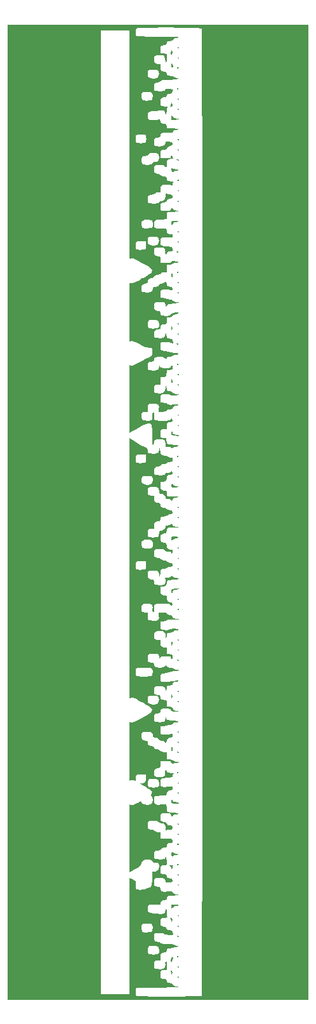
<source format=gbr>
%TF.GenerationSoftware,KiCad,Pcbnew,(6.0.2-0)*%
%TF.CreationDate,2022-07-30T10:58:12+02:00*%
%TF.ProjectId,blindeTaubeFront,626c696e-6465-4546-9175-626546726f6e,rev?*%
%TF.SameCoordinates,Original*%
%TF.FileFunction,Soldermask,Bot*%
%TF.FilePolarity,Negative*%
%FSLAX46Y46*%
G04 Gerber Fmt 4.6, Leading zero omitted, Abs format (unit mm)*
G04 Created by KiCad (PCBNEW (6.0.2-0)) date 2022-07-30 10:58:12*
%MOMM*%
%LPD*%
G01*
G04 APERTURE LIST*
%ADD10C,8.500000*%
%ADD11O,4.200000X3.200000*%
%ADD12C,7.000000*%
G04 APERTURE END LIST*
%TO.C,G\u002A\u002A\u002A*%
G36*
X100198801Y-54118342D02*
G01*
X100321321Y-54195333D01*
X100337422Y-54211435D01*
X100482410Y-54260318D01*
X100708609Y-54280000D01*
X100747338Y-54280355D01*
X100970181Y-54305736D01*
X101032447Y-54358543D01*
X100936370Y-54420930D01*
X100684184Y-54475056D01*
X100593901Y-54489963D01*
X100389809Y-54548965D01*
X100293415Y-54617438D01*
X100258606Y-54678698D01*
X100173856Y-54682631D01*
X100089962Y-54572528D01*
X100039852Y-54379313D01*
X100036696Y-54342888D01*
X100051852Y-54164015D01*
X100141026Y-54110666D01*
X100198801Y-54118342D01*
G37*
G36*
X100974952Y-43451394D02*
G01*
X101043395Y-43527333D01*
X101009222Y-43577456D01*
X100868481Y-43612000D01*
X100772081Y-43593973D01*
X100746070Y-43527333D01*
X100776352Y-43494266D01*
X100920983Y-43442666D01*
X100974952Y-43451394D01*
G37*
G36*
X101043395Y-39373669D02*
G01*
X101040130Y-39398245D01*
X100958445Y-39463333D01*
X100939220Y-39462362D01*
X100873495Y-39425996D01*
X100877404Y-39412415D01*
X100958445Y-39336333D01*
X100991351Y-39323103D01*
X101043395Y-39373669D01*
G37*
G36*
X100110003Y-45390019D02*
G01*
X100169290Y-45465658D01*
X100193896Y-45644000D01*
X100190759Y-45731619D01*
X100142082Y-45864347D01*
X100007007Y-45898000D01*
X99981765Y-45897739D01*
X99878224Y-45873875D01*
X99922057Y-45796400D01*
X99970213Y-45730209D01*
X100023997Y-45542400D01*
X100037538Y-45460106D01*
X100108946Y-45390000D01*
X100110003Y-45390019D01*
G37*
G36*
X100278249Y-159368674D02*
G01*
X100297178Y-159452112D01*
X100245385Y-159647666D01*
X100230343Y-159691510D01*
X100135263Y-159871151D01*
X100036596Y-159944000D01*
X99978403Y-159924611D01*
X99972433Y-159810075D01*
X99997041Y-159726346D01*
X100023997Y-159513741D01*
X100047909Y-159417542D01*
X100181221Y-159351333D01*
X100278249Y-159368674D01*
G37*
G36*
X100978750Y-141489126D02*
G01*
X101043395Y-141571333D01*
X101040926Y-141591570D01*
X100958445Y-141656000D01*
X100938140Y-141653539D01*
X100873495Y-141571333D01*
X100875964Y-141551095D01*
X100958445Y-141486666D01*
X100978750Y-141489126D01*
G37*
G36*
X100978750Y-107453126D02*
G01*
X101043395Y-107535333D01*
X101040926Y-107555570D01*
X100958445Y-107620000D01*
X100938140Y-107617539D01*
X100873495Y-107535333D01*
X100875964Y-107515095D01*
X100958445Y-107450666D01*
X100978750Y-107453126D01*
G37*
G36*
X100076711Y-154111259D02*
G01*
X100170730Y-154174477D01*
X100193896Y-154356000D01*
X100193890Y-154359160D01*
X100168593Y-154536427D01*
X100108946Y-154610000D01*
X100053987Y-154561096D01*
X100023997Y-154405388D01*
X99999919Y-154266331D01*
X99917809Y-154158073D01*
X99895566Y-154128217D01*
X100002759Y-154108684D01*
X100076711Y-154111259D01*
G37*
G36*
X100211342Y-117329428D02*
G01*
X100212017Y-117526000D01*
X100211529Y-117529272D01*
X100162999Y-117706464D01*
X100099305Y-117780000D01*
X100098404Y-117779981D01*
X100045822Y-117704381D01*
X100023997Y-117526000D01*
X100051740Y-117347823D01*
X100136709Y-117272000D01*
X100211342Y-117329428D01*
G37*
G36*
X101066611Y-50228183D02*
G01*
X101085870Y-50300666D01*
X101068482Y-50323789D01*
X100953431Y-50385333D01*
X100934466Y-50382909D01*
X100873495Y-50300666D01*
X100889704Y-50260204D01*
X101005933Y-50216000D01*
X101066611Y-50228183D01*
G37*
G36*
X100977265Y-118291229D02*
G01*
X101085870Y-118372666D01*
X101093861Y-118416287D01*
X101005933Y-118457333D01*
X100942641Y-118446971D01*
X100873495Y-118372666D01*
X100875783Y-118352578D01*
X100953431Y-118288000D01*
X100977265Y-118291229D01*
G37*
G36*
X100100278Y-82220020D02*
G01*
X100163957Y-82295695D01*
X100212017Y-82474000D01*
X100214107Y-82661246D01*
X100136709Y-82728000D01*
X100057643Y-82665479D01*
X100023997Y-82474000D01*
X100024002Y-82470961D01*
X100046416Y-82293612D01*
X100099305Y-82220000D01*
X100100278Y-82220020D01*
G37*
G36*
X100978750Y-100595126D02*
G01*
X101043395Y-100677333D01*
X101040926Y-100697570D01*
X100958445Y-100762000D01*
X100938140Y-100759539D01*
X100873495Y-100677333D01*
X100875964Y-100657095D01*
X100958445Y-100592666D01*
X100978750Y-100595126D01*
G37*
G36*
X100978750Y-129212460D02*
G01*
X101043395Y-129294666D01*
X101040926Y-129314904D01*
X100958445Y-129379333D01*
X100938140Y-129376873D01*
X100873495Y-129294666D01*
X100875964Y-129274429D01*
X100958445Y-129210000D01*
X100978750Y-129212460D01*
G37*
G36*
X100120095Y-38365226D02*
G01*
X100172560Y-38463132D01*
X100193896Y-38659000D01*
X100192702Y-38721062D01*
X100155848Y-38901695D01*
X100057383Y-38955333D01*
X99980320Y-38934606D01*
X99972433Y-38821408D01*
X99997041Y-38737679D01*
X100023997Y-38525075D01*
X100038973Y-38433266D01*
X100108946Y-38362666D01*
X100120095Y-38365226D01*
G37*
G36*
X100978089Y-58431920D02*
G01*
X101043395Y-58513333D01*
X101042421Y-58532494D01*
X101005933Y-58598000D01*
X100992306Y-58594103D01*
X100915970Y-58513333D01*
X100902696Y-58480536D01*
X100953431Y-58428666D01*
X100978089Y-58431920D01*
G37*
G36*
X100972031Y-77495208D02*
G01*
X101043395Y-77563333D01*
X101030776Y-77600661D01*
X100920983Y-77648000D01*
X100868982Y-77641237D01*
X100746070Y-77563333D01*
X100751020Y-77511259D01*
X100868481Y-77478666D01*
X100972031Y-77495208D01*
G37*
G36*
X100972031Y-65218541D02*
G01*
X101043395Y-65286666D01*
X101030776Y-65323994D01*
X100920983Y-65371333D01*
X100868982Y-65364570D01*
X100746070Y-65286666D01*
X100751020Y-65234593D01*
X100868481Y-65202000D01*
X100972031Y-65218541D01*
G37*
G36*
X100982424Y-80190423D02*
G01*
X101043395Y-80272666D01*
X101027186Y-80313128D01*
X100910956Y-80357333D01*
X100850278Y-80345149D01*
X100831020Y-80272666D01*
X100848408Y-80249544D01*
X100963458Y-80188000D01*
X100982424Y-80190423D01*
G37*
G36*
X100247439Y-147364458D02*
G01*
X100210033Y-147465898D01*
X100122820Y-147595650D01*
X100052738Y-147579602D01*
X100023997Y-147412543D01*
X99999516Y-147310571D01*
X99875334Y-147166115D01*
X99810285Y-147118510D01*
X99846269Y-147086874D01*
X100032559Y-147077241D01*
X100338446Y-147074666D01*
X100247439Y-147364458D01*
G37*
G36*
X100978750Y-99240460D02*
G01*
X101043395Y-99322666D01*
X101040926Y-99342904D01*
X100958445Y-99407333D01*
X100938140Y-99404873D01*
X100873495Y-99322666D01*
X100875964Y-99302429D01*
X100958445Y-99238000D01*
X100978750Y-99240460D01*
G37*
G36*
X101066611Y-112881516D02*
G01*
X101085870Y-112954000D01*
X101068482Y-112977122D01*
X100953431Y-113038666D01*
X100934466Y-113036243D01*
X100873495Y-112954000D01*
X100889704Y-112913537D01*
X101005933Y-112869333D01*
X101066611Y-112881516D01*
G37*
G36*
X100978750Y-104659126D02*
G01*
X101043395Y-104741333D01*
X101040926Y-104761570D01*
X100958445Y-104826000D01*
X100938140Y-104823539D01*
X100873495Y-104741333D01*
X100875964Y-104721095D01*
X100958445Y-104656666D01*
X100978750Y-104659126D01*
G37*
G36*
X100110003Y-75192686D02*
G01*
X100169290Y-75268324D01*
X100193896Y-75446666D01*
X100193890Y-75449826D01*
X100168593Y-75627094D01*
X100108946Y-75700666D01*
X100107890Y-75700647D01*
X100048603Y-75625008D01*
X100023997Y-75446666D01*
X100024003Y-75443506D01*
X100049300Y-75266239D01*
X100108946Y-75192666D01*
X100110003Y-75192686D01*
G37*
G36*
X100978750Y-116935793D02*
G01*
X101043395Y-117018000D01*
X101040926Y-117038237D01*
X100958445Y-117102666D01*
X100938140Y-117100206D01*
X100873495Y-117018000D01*
X100875964Y-116997762D01*
X100958445Y-116933333D01*
X100978750Y-116935793D01*
G37*
G36*
X100974952Y-134637394D02*
G01*
X101043395Y-134713333D01*
X101009222Y-134763456D01*
X100868481Y-134798000D01*
X100772081Y-134779973D01*
X100746070Y-134713333D01*
X100776352Y-134680266D01*
X100920983Y-134628666D01*
X100974952Y-134637394D01*
G37*
G36*
X100977265Y-149617896D02*
G01*
X101085870Y-149699333D01*
X101093861Y-149742954D01*
X101005933Y-149784000D01*
X100942641Y-149773637D01*
X100873495Y-149699333D01*
X100875783Y-149679245D01*
X100953431Y-149614666D01*
X100977265Y-149617896D01*
G37*
G36*
X100978750Y-74771793D02*
G01*
X101043395Y-74854000D01*
X101040926Y-74874237D01*
X100958445Y-74938666D01*
X100938140Y-74936206D01*
X100873495Y-74854000D01*
X100875964Y-74833762D01*
X100958445Y-74769333D01*
X100978750Y-74771793D01*
G37*
G36*
X100978750Y-142843793D02*
G01*
X101043395Y-142926000D01*
X101040926Y-142946237D01*
X100958445Y-143010666D01*
X100938140Y-143008206D01*
X100873495Y-142926000D01*
X100875964Y-142905762D01*
X100958445Y-142841333D01*
X100978750Y-142843793D01*
G37*
G36*
X100129071Y-47085576D02*
G01*
X100193896Y-47161952D01*
X100196656Y-47192949D01*
X100299371Y-47349399D01*
X100516033Y-47462890D01*
X100799626Y-47506666D01*
X100869337Y-47508100D01*
X101047950Y-47535474D01*
X101085870Y-47591333D01*
X101011322Y-47628486D01*
X100806920Y-47662771D01*
X100528682Y-47676000D01*
X100023997Y-47676000D01*
X100023997Y-47379666D01*
X100024730Y-47340776D01*
X100052797Y-47157762D01*
X100108946Y-47083333D01*
X100129071Y-47085576D01*
G37*
G36*
X101066611Y-81554850D02*
G01*
X101085870Y-81627333D01*
X101068482Y-81650455D01*
X100953431Y-81712000D01*
X100934466Y-81709576D01*
X100873495Y-81627333D01*
X100889704Y-81586871D01*
X101005933Y-81542666D01*
X101066611Y-81554850D01*
G37*
G36*
X100978750Y-44799793D02*
G01*
X101043395Y-44882000D01*
X101040926Y-44902237D01*
X100958445Y-44966666D01*
X100938140Y-44964206D01*
X100873495Y-44882000D01*
X100875964Y-44861762D01*
X100958445Y-44797333D01*
X100978750Y-44799793D01*
G37*
G36*
X101015078Y-57102222D02*
G01*
X101028368Y-57127688D01*
X100958445Y-57158666D01*
X100913473Y-57152556D01*
X100901812Y-57102222D01*
X100914262Y-57092089D01*
X101015078Y-57102222D01*
G37*
G36*
X100978750Y-62495126D02*
G01*
X101043395Y-62577333D01*
X101040926Y-62597570D01*
X100958445Y-62662000D01*
X100938140Y-62659539D01*
X100873495Y-62577333D01*
X100875964Y-62557095D01*
X100958445Y-62492666D01*
X100978750Y-62495126D01*
G37*
G36*
X100949824Y-40651124D02*
G01*
X101040748Y-40721016D01*
X100989071Y-40843920D01*
X100953704Y-40865372D01*
X100844753Y-40838895D01*
X100788545Y-40728336D01*
X100802882Y-40691733D01*
X100915970Y-40648666D01*
X100949824Y-40651124D01*
G37*
G36*
X100160250Y-161191854D02*
G01*
X100193896Y-161383333D01*
X100193891Y-161386372D01*
X100171476Y-161563720D01*
X100118588Y-161637333D01*
X100117615Y-161637312D01*
X100053936Y-161561637D01*
X100005876Y-161383333D01*
X100003786Y-161196087D01*
X100081184Y-161129333D01*
X100160250Y-161191854D01*
G37*
G36*
X100154818Y-40164959D02*
G01*
X100193896Y-40293066D01*
X100206067Y-40377189D01*
X100295836Y-40547066D01*
X100309267Y-40560931D01*
X100334908Y-40630236D01*
X100210886Y-40648666D01*
X100146417Y-40644402D01*
X100048758Y-40578246D01*
X100023997Y-40394666D01*
X100024003Y-40391506D01*
X100049300Y-40214239D01*
X100108946Y-40140666D01*
X100154818Y-40164959D01*
G37*
G36*
X100978750Y-82899793D02*
G01*
X101043395Y-82982000D01*
X101040926Y-83002237D01*
X100958445Y-83066666D01*
X100938140Y-83064206D01*
X100873495Y-82982000D01*
X100875964Y-82961762D01*
X100958445Y-82897333D01*
X100978750Y-82899793D01*
G37*
G36*
X100978750Y-95176460D02*
G01*
X101043395Y-95258666D01*
X101040926Y-95278904D01*
X100958445Y-95343333D01*
X100938140Y-95340873D01*
X100873495Y-95258666D01*
X100875964Y-95238429D01*
X100958445Y-95174000D01*
X100978750Y-95176460D01*
G37*
G36*
X101060552Y-146922732D02*
G01*
X101085870Y-146990000D01*
X101028174Y-147036885D01*
X100863468Y-147074666D01*
X100771387Y-147057267D01*
X100746070Y-146990000D01*
X100803765Y-146943114D01*
X100968472Y-146905333D01*
X101060552Y-146922732D01*
G37*
G36*
X100978750Y-46154460D02*
G01*
X101043395Y-46236666D01*
X101040926Y-46256904D01*
X100958445Y-46321333D01*
X100938140Y-46318873D01*
X100873495Y-46236666D01*
X100875964Y-46216429D01*
X100958445Y-46152000D01*
X100978750Y-46154460D01*
G37*
G36*
X101043395Y-110234083D02*
G01*
X101036873Y-110253723D01*
X100921037Y-110308288D01*
X100696216Y-110329333D01*
X100694832Y-110329333D01*
X100463682Y-110345197D01*
X100338014Y-110416279D01*
X100254831Y-110578082D01*
X100207320Y-110683929D01*
X100116841Y-110778484D01*
X100050050Y-110712986D01*
X100023997Y-110493669D01*
X100030533Y-110372208D01*
X100093794Y-110267590D01*
X100268227Y-110244666D01*
X100497917Y-110231220D01*
X100777926Y-110191750D01*
X100969629Y-110176246D01*
X101043395Y-110234083D01*
G37*
G36*
X100230775Y-138460335D02*
G01*
X100272024Y-138527145D01*
X100421249Y-138631005D01*
X100684345Y-138676368D01*
X100791851Y-138686864D01*
X100984617Y-138739225D01*
X101043395Y-138834409D01*
X101003487Y-138922867D01*
X100852257Y-138915364D01*
X100837151Y-138911561D01*
X100611025Y-138877698D01*
X100342558Y-138863156D01*
X100321454Y-138863041D01*
X100122989Y-138847486D01*
X100040442Y-138779741D01*
X100023997Y-138622111D01*
X100026011Y-138543970D01*
X100061884Y-138362118D01*
X100133930Y-138331273D01*
X100230775Y-138460335D01*
G37*
G36*
X100974249Y-131929695D02*
G01*
X101043395Y-132004000D01*
X101041107Y-132024087D01*
X100963458Y-132088666D01*
X100939625Y-132085437D01*
X100831020Y-132004000D01*
X100823028Y-131960379D01*
X100910956Y-131919333D01*
X100974249Y-131929695D01*
G37*
G36*
X100978750Y-76126460D02*
G01*
X101043395Y-76208666D01*
X101040926Y-76228904D01*
X100958445Y-76293333D01*
X100938140Y-76290873D01*
X100873495Y-76208666D01*
X100875964Y-76188429D01*
X100958445Y-76124000D01*
X100978750Y-76126460D01*
G37*
G36*
X100978750Y-70623126D02*
G01*
X101043395Y-70705333D01*
X101040926Y-70725570D01*
X100958445Y-70790000D01*
X100938140Y-70787539D01*
X100873495Y-70705333D01*
X100875964Y-70685095D01*
X100958445Y-70620666D01*
X100978750Y-70623126D01*
G37*
G36*
X100755759Y-152332249D02*
G01*
X100978739Y-152362990D01*
X101085870Y-152408666D01*
X101090909Y-152420773D01*
X101027909Y-152473454D01*
X100832998Y-152493333D01*
X100587310Y-152529698D01*
X100339523Y-152696060D01*
X100224317Y-152810295D01*
X100078896Y-152897786D01*
X100007997Y-152834750D01*
X100007874Y-152620333D01*
X100042585Y-152324000D01*
X100537976Y-152324000D01*
X100755759Y-152332249D01*
G37*
G36*
X100978750Y-161893793D02*
G01*
X101043395Y-161976000D01*
X101040926Y-161996237D01*
X100958445Y-162060666D01*
X100938140Y-162058206D01*
X100873495Y-161976000D01*
X100875964Y-161955762D01*
X100958445Y-161891333D01*
X100978750Y-161893793D01*
G37*
G36*
X100974249Y-119653028D02*
G01*
X101043395Y-119727333D01*
X101041107Y-119747421D01*
X100963458Y-119812000D01*
X100939625Y-119808770D01*
X100831020Y-119727333D01*
X100823028Y-119683712D01*
X100910956Y-119642666D01*
X100974249Y-119653028D01*
G37*
G36*
X100978750Y-148262460D02*
G01*
X101043395Y-148344666D01*
X101040926Y-148364904D01*
X100958445Y-148429333D01*
X100938140Y-148426873D01*
X100873495Y-148344666D01*
X100875964Y-148324429D01*
X100958445Y-148260000D01*
X100978750Y-148262460D01*
G37*
G36*
X100763880Y-61146993D02*
G01*
X100966017Y-61177568D01*
X101043395Y-61222666D01*
X101034402Y-61241944D01*
X100915229Y-61288648D01*
X100701774Y-61307333D01*
X100520805Y-61316526D01*
X100361940Y-61375882D01*
X100264603Y-61516345D01*
X100221945Y-61596242D01*
X100124264Y-61678599D01*
X100052136Y-61605549D01*
X100023997Y-61387003D01*
X100024090Y-61349658D01*
X100036798Y-61227713D01*
X100099272Y-61164830D01*
X100251556Y-61141447D01*
X100533696Y-61138000D01*
X100763880Y-61146993D01*
G37*
G36*
X100978750Y-125148460D02*
G01*
X101043395Y-125230666D01*
X101040926Y-125250904D01*
X100958445Y-125315333D01*
X100938140Y-125312873D01*
X100873495Y-125230666D01*
X100875964Y-125210429D01*
X100958445Y-125146000D01*
X100978750Y-125148460D01*
G37*
G36*
X100978750Y-37941793D02*
G01*
X101043395Y-38024000D01*
X101040926Y-38044237D01*
X100958445Y-38108666D01*
X100938140Y-38106206D01*
X100873495Y-38024000D01*
X100875964Y-38003762D01*
X100958445Y-37939333D01*
X100978750Y-37941793D01*
G37*
G36*
X100110003Y-124299352D02*
G01*
X100169290Y-124374991D01*
X100193896Y-124553333D01*
X100193890Y-124556493D01*
X100168593Y-124733760D01*
X100108946Y-124807333D01*
X100107890Y-124807313D01*
X100048603Y-124731675D01*
X100023997Y-124553333D01*
X100024003Y-124550173D01*
X100049300Y-124372905D01*
X100108946Y-124299333D01*
X100110003Y-124299352D01*
G37*
G36*
X101060385Y-55702400D02*
G01*
X101079898Y-55723084D01*
X101093469Y-55786925D01*
X100958445Y-55804000D01*
X100917558Y-55803382D01*
X100814690Y-55778224D01*
X100856505Y-55702400D01*
X100944786Y-55644394D01*
X101060385Y-55702400D01*
G37*
G36*
X100978750Y-69268460D02*
G01*
X101043395Y-69350666D01*
X101040926Y-69370904D01*
X100958445Y-69435333D01*
X100938140Y-69432873D01*
X100873495Y-69350666D01*
X100875964Y-69330429D01*
X100958445Y-69266000D01*
X100978750Y-69268460D01*
G37*
G36*
X100978750Y-93821793D02*
G01*
X101043395Y-93904000D01*
X101040926Y-93924237D01*
X100958445Y-93988666D01*
X100938140Y-93986206D01*
X100873495Y-93904000D01*
X100875964Y-93883762D01*
X100958445Y-93819333D01*
X100978750Y-93821793D01*
G37*
G36*
X101059189Y-144214638D02*
G01*
X101085870Y-144280666D01*
X101068458Y-144304035D01*
X100958445Y-144365333D01*
X100935718Y-144362032D01*
X100831020Y-144280666D01*
X100837860Y-144227821D01*
X100958445Y-144196000D01*
X101059189Y-144214638D01*
G37*
G36*
X100974249Y-156483028D02*
G01*
X101043395Y-156557333D01*
X101041107Y-156577421D01*
X100963458Y-156642000D01*
X100939625Y-156638770D01*
X100831020Y-156557333D01*
X100823028Y-156513712D01*
X100910956Y-156472666D01*
X100974249Y-156483028D01*
G37*
G36*
X78191890Y-165024000D02*
G01*
X78191890Y-164262000D01*
X90679515Y-164262000D01*
X94417308Y-164262000D01*
X94417308Y-158482302D01*
X96882350Y-158482302D01*
X96906298Y-158739989D01*
X96982793Y-158911066D01*
X97084135Y-158957006D01*
X97324339Y-158997497D01*
X97645401Y-159012666D01*
X97908962Y-159002654D01*
X98168693Y-158966488D01*
X98308010Y-158911066D01*
X98337374Y-158871931D01*
X98397389Y-158666267D01*
X98405612Y-158396714D01*
X98364488Y-158136882D01*
X98276457Y-157960380D01*
X98240850Y-157931135D01*
X98017023Y-157852771D01*
X97645401Y-157827333D01*
X97534350Y-157829008D01*
X97202334Y-157867834D01*
X97014345Y-157960380D01*
X96982317Y-158001540D01*
X96908503Y-158211616D01*
X96882350Y-158482302D01*
X94417308Y-158482302D01*
X94417308Y-155661142D01*
X96056150Y-155661142D01*
X96109750Y-155867794D01*
X96169178Y-155952539D01*
X96277367Y-156014262D01*
X96466893Y-156042552D01*
X96781902Y-156049333D01*
X97055947Y-156039177D01*
X97318594Y-156003149D01*
X97458512Y-155947733D01*
X97486647Y-155904511D01*
X97539486Y-155713460D01*
X97560451Y-155456666D01*
X97556478Y-155345215D01*
X97520256Y-155107239D01*
X97458512Y-154965600D01*
X97412581Y-154938537D01*
X97217072Y-154893904D01*
X96939891Y-154870170D01*
X96640811Y-154868676D01*
X96379606Y-154890759D01*
X96216050Y-154937760D01*
X96185643Y-154964550D01*
X96101927Y-155141010D01*
X96056152Y-155396044D01*
X96056150Y-155661142D01*
X94417308Y-155661142D01*
X94417308Y-148786383D01*
X94841342Y-149010025D01*
X95265377Y-149233666D01*
X95266091Y-149703566D01*
X95274512Y-149895193D01*
X95311833Y-150138249D01*
X95368746Y-150275066D01*
X95428302Y-150311754D01*
X95641446Y-150361418D01*
X95928075Y-150378824D01*
X96227902Y-150365188D01*
X96480641Y-150321730D01*
X96626003Y-150249666D01*
X96730590Y-150173235D01*
X96933729Y-150122666D01*
X97107561Y-150081125D01*
X97305602Y-149953333D01*
X97376971Y-149866239D01*
X97428210Y-149743816D01*
X97458097Y-149557492D01*
X97472054Y-149272148D01*
X97475502Y-148852666D01*
X97475502Y-147921333D01*
X97809233Y-147921333D01*
X97949207Y-147914278D01*
X98215730Y-147826888D01*
X98364033Y-147626685D01*
X98409950Y-147297219D01*
X98403117Y-147132857D01*
X98334663Y-146893053D01*
X98170447Y-146770431D01*
X97883261Y-146736000D01*
X97826674Y-146735143D01*
X97623686Y-146701141D01*
X97560451Y-146611978D01*
X97557244Y-146578155D01*
X97447624Y-146435468D01*
X97195153Y-146344568D01*
X96817724Y-146312666D01*
X96612015Y-146321769D01*
X96315439Y-146399126D01*
X96134321Y-146571216D01*
X96041543Y-146857056D01*
X96035318Y-146892992D01*
X95997466Y-147032926D01*
X95923588Y-147150287D01*
X95785413Y-147271012D01*
X95554671Y-147421037D01*
X95203094Y-147626299D01*
X94417308Y-148076651D01*
X94417308Y-138961375D01*
X94660080Y-139052706D01*
X94671221Y-139056836D01*
X94813875Y-139091146D01*
X94963707Y-139073097D01*
X95166267Y-138990094D01*
X95467103Y-138829541D01*
X95532395Y-138793745D01*
X95786146Y-138667382D01*
X95964190Y-138599396D01*
X96031354Y-138603856D01*
X96052671Y-138703557D01*
X96202693Y-138871814D01*
X96464766Y-138987993D01*
X96801488Y-139031333D01*
X96935449Y-139029666D01*
X97253626Y-138996294D01*
X97443969Y-138902248D01*
X97536302Y-138724250D01*
X97560451Y-138439025D01*
X97556384Y-138319096D01*
X97517049Y-138065262D01*
X97447059Y-137916437D01*
X97433857Y-137903483D01*
X97376674Y-137773906D01*
X97424024Y-137572279D01*
X97457277Y-137467650D01*
X97464411Y-137315625D01*
X97394662Y-137173517D01*
X97228979Y-137020487D01*
X96948309Y-136835696D01*
X96533601Y-136598303D01*
X95842288Y-136214969D01*
X96882350Y-136214969D01*
X96906298Y-136472655D01*
X96982793Y-136643733D01*
X97084135Y-136689673D01*
X97324339Y-136730164D01*
X97645401Y-136745333D01*
X97908962Y-136735321D01*
X98168693Y-136699155D01*
X98308010Y-136643733D01*
X98337374Y-136604597D01*
X98397389Y-136398934D01*
X98405612Y-136129381D01*
X98364488Y-135869549D01*
X98276457Y-135693047D01*
X98240850Y-135663802D01*
X98017023Y-135585438D01*
X97645401Y-135560000D01*
X97534350Y-135561674D01*
X97202334Y-135600501D01*
X97014345Y-135693047D01*
X96982317Y-135734207D01*
X96908503Y-135944282D01*
X96882350Y-136214969D01*
X95842288Y-136214969D01*
X95734030Y-136154940D01*
X96127140Y-136153803D01*
X96155975Y-136153581D01*
X96445712Y-136121572D01*
X96615987Y-136015067D01*
X96690862Y-135804683D01*
X96694394Y-135461039D01*
X96668478Y-135009666D01*
X96087420Y-134984457D01*
X95849202Y-134978703D01*
X95550813Y-135003855D01*
X95373657Y-135089909D01*
X95288675Y-135255854D01*
X95266806Y-135520679D01*
X95266806Y-135883957D01*
X95010150Y-135787403D01*
X94985476Y-135778339D01*
X94763980Y-135733897D01*
X94585401Y-135795475D01*
X94555141Y-135812824D01*
X94521160Y-135820129D01*
X94493279Y-135796998D01*
X94470896Y-135729541D01*
X94453407Y-135603870D01*
X94440208Y-135406093D01*
X94430696Y-135122322D01*
X94424266Y-134738667D01*
X94420317Y-134241237D01*
X94418243Y-133616143D01*
X94417441Y-132849496D01*
X94417308Y-131927405D01*
X94417308Y-127954708D01*
X94657854Y-128045202D01*
X94689649Y-128056316D01*
X94792574Y-128075175D01*
X94915942Y-128060445D01*
X95085165Y-128002037D01*
X95325653Y-127889861D01*
X95662819Y-127713827D01*
X96122075Y-127463847D01*
X96258398Y-127388715D01*
X96704401Y-127136454D01*
X97023891Y-126941418D01*
X97237401Y-126789362D01*
X97365460Y-126666038D01*
X97428601Y-126557198D01*
X97465535Y-126405318D01*
X97422165Y-126178698D01*
X97408154Y-126161258D01*
X97266727Y-126049271D01*
X97013262Y-125883894D01*
X96679823Y-125682891D01*
X96298474Y-125464024D01*
X95901279Y-125245058D01*
X95597638Y-125084618D01*
X96885190Y-125084618D01*
X96926315Y-125344450D01*
X97014345Y-125520952D01*
X97049952Y-125550197D01*
X97273779Y-125628561D01*
X97645401Y-125654000D01*
X97756453Y-125652325D01*
X98088469Y-125613498D01*
X98276457Y-125520952D01*
X98308486Y-125479792D01*
X98382299Y-125269717D01*
X98408453Y-124999030D01*
X98384504Y-124741344D01*
X98308010Y-124570266D01*
X98206667Y-124524326D01*
X97966463Y-124483835D01*
X97645401Y-124468666D01*
X97381840Y-124478678D01*
X97122110Y-124514844D01*
X96982793Y-124570266D01*
X96953429Y-124609402D01*
X96893414Y-124815065D01*
X96885190Y-125084618D01*
X95597638Y-125084618D01*
X95520303Y-125043755D01*
X95187611Y-124877879D01*
X94935267Y-124765194D01*
X94795334Y-124723462D01*
X94685549Y-124739093D01*
X94519247Y-124824266D01*
X94512724Y-124821569D01*
X94500870Y-124761513D01*
X94489959Y-124624634D01*
X94479957Y-124405488D01*
X94470833Y-124098635D01*
X94462556Y-123698633D01*
X94455092Y-123200040D01*
X94448409Y-122597414D01*
X94442476Y-121885314D01*
X94439012Y-121336000D01*
X95266806Y-121336000D01*
X95270779Y-121447451D01*
X95307001Y-121685427D01*
X95368746Y-121827066D01*
X95444555Y-121861352D01*
X95667839Y-121898976D01*
X95985975Y-121922426D01*
X96354935Y-121931702D01*
X96730694Y-121926804D01*
X97069228Y-121907732D01*
X97326508Y-121874486D01*
X97458512Y-121827066D01*
X97486647Y-121783845D01*
X97539486Y-121592793D01*
X97560451Y-121336000D01*
X97556478Y-121224548D01*
X97520256Y-120986572D01*
X97458512Y-120844933D01*
X97441296Y-120832033D01*
X97259713Y-120783086D01*
X96915455Y-120753354D01*
X96413629Y-120743333D01*
X96293442Y-120743793D01*
X95824849Y-120758067D01*
X95514915Y-120791946D01*
X95368746Y-120844933D01*
X95340611Y-120888154D01*
X95287772Y-121079206D01*
X95266806Y-121336000D01*
X94439012Y-121336000D01*
X94437261Y-121058297D01*
X94432731Y-120110924D01*
X94428854Y-119037750D01*
X94425598Y-117833336D01*
X94422931Y-116492239D01*
X94420821Y-115009017D01*
X94419236Y-113378229D01*
X94418143Y-111594434D01*
X94417511Y-109652189D01*
X94417308Y-107546052D01*
X94417308Y-107193304D01*
X95269117Y-107193304D01*
X95298209Y-107443382D01*
X95368746Y-107603066D01*
X95431526Y-107640468D01*
X95644931Y-107688287D01*
X95930483Y-107705716D01*
X96228209Y-107693642D01*
X96478133Y-107652954D01*
X96620280Y-107584539D01*
X96651121Y-107524706D01*
X96691263Y-107307622D01*
X96694394Y-107013039D01*
X96668478Y-106561666D01*
X96087420Y-106536457D01*
X95837805Y-106532989D01*
X95546665Y-106556300D01*
X95386584Y-106610324D01*
X95330284Y-106699383D01*
X95280224Y-106922186D01*
X95269117Y-107193304D01*
X94417308Y-107193304D01*
X94417308Y-104371068D01*
X96037080Y-104371068D01*
X96119293Y-104662232D01*
X96179176Y-104739827D01*
X96294670Y-104793894D01*
X96498890Y-104819521D01*
X96832278Y-104826000D01*
X97154880Y-104820284D01*
X97382439Y-104782865D01*
X97503611Y-104684400D01*
X97551810Y-104495570D01*
X97560451Y-104187054D01*
X97559586Y-104128348D01*
X97519555Y-103884030D01*
X97398973Y-103735069D01*
X97169173Y-103660827D01*
X96801488Y-103640666D01*
X96651284Y-103644808D01*
X96382533Y-103693759D01*
X96201254Y-103810000D01*
X96190796Y-103820824D01*
X96063343Y-104065346D01*
X96037080Y-104371068D01*
X94417308Y-104371068D01*
X94417308Y-95647193D01*
X96035698Y-95647193D01*
X96068095Y-95951417D01*
X96201254Y-96190000D01*
X96291700Y-96262484D01*
X96499442Y-96336813D01*
X96817140Y-96356758D01*
X96909165Y-96355471D01*
X97238783Y-96325317D01*
X97437346Y-96239201D01*
X97534639Y-96075282D01*
X97560451Y-95811717D01*
X97553943Y-95529559D01*
X97511301Y-95330108D01*
X97399084Y-95223873D01*
X97183881Y-95181591D01*
X96832278Y-95174000D01*
X96533561Y-95178772D01*
X96315042Y-95201426D01*
X96190434Y-95251328D01*
X96119293Y-95337767D01*
X96111349Y-95353084D01*
X96035698Y-95647193D01*
X94417308Y-95647193D01*
X94417308Y-92969304D01*
X95269117Y-92969304D01*
X95298209Y-93219382D01*
X95368746Y-93379066D01*
X95431526Y-93416468D01*
X95644931Y-93464287D01*
X95930483Y-93481716D01*
X96228209Y-93469642D01*
X96478133Y-93428954D01*
X96620280Y-93360539D01*
X96651121Y-93300706D01*
X96691263Y-93083622D01*
X96694394Y-92789039D01*
X96668478Y-92337666D01*
X96087420Y-92312457D01*
X95837805Y-92308989D01*
X95546665Y-92332300D01*
X95386584Y-92386324D01*
X95330284Y-92475383D01*
X95280224Y-92698186D01*
X95269117Y-92969304D01*
X94417308Y-92969304D01*
X94417308Y-90166239D01*
X94863294Y-90417950D01*
X95122914Y-90563941D01*
X95654820Y-90859258D01*
X96105495Y-91104083D01*
X96458549Y-91289722D01*
X96697594Y-91407481D01*
X96806241Y-91448666D01*
X96812731Y-91449722D01*
X96861053Y-91538994D01*
X96880853Y-91728066D01*
X96882443Y-91799735D01*
X96924603Y-92007412D01*
X97046175Y-92132728D01*
X97276621Y-92194281D01*
X97645401Y-92210666D01*
X97758941Y-92209662D01*
X98087949Y-92183050D01*
X98286479Y-92106311D01*
X98383992Y-91960848D01*
X98409950Y-91728066D01*
X98410274Y-91703651D01*
X98437425Y-91522777D01*
X98494900Y-91448666D01*
X98525164Y-91476390D01*
X98564467Y-91628511D01*
X98579849Y-91869021D01*
X98590379Y-92068850D01*
X98669998Y-92307122D01*
X98850451Y-92429874D01*
X99158512Y-92464666D01*
X99356414Y-92498585D01*
X99514298Y-92591666D01*
X99524479Y-92602629D01*
X99697517Y-92686230D01*
X99958537Y-92718666D01*
X100141185Y-92726120D01*
X100247447Y-92765365D01*
X100246908Y-92789039D01*
X100245460Y-92852591D01*
X100220852Y-92936320D01*
X100193896Y-93148924D01*
X100175289Y-93239161D01*
X100075890Y-93296716D01*
X99851431Y-93311333D01*
X99587197Y-93342087D01*
X99460068Y-93438333D01*
X99344407Y-93531102D01*
X99081180Y-93565333D01*
X99045904Y-93565700D01*
X98792144Y-93608434D01*
X98645085Y-93734666D01*
X98538376Y-93838908D01*
X98298981Y-93904000D01*
X98137900Y-93911685D01*
X97894420Y-93988981D01*
X97767102Y-94170640D01*
X97730351Y-94482712D01*
X97735031Y-94607969D01*
X97771500Y-94847026D01*
X97832291Y-94987733D01*
X97936539Y-95034382D01*
X98180500Y-95074426D01*
X98508901Y-95089333D01*
X98746874Y-95085946D01*
X98971421Y-95064118D01*
X99099623Y-95012451D01*
X99174498Y-94920000D01*
X99202668Y-94875746D01*
X99347380Y-94778680D01*
X99604902Y-94750666D01*
X99866412Y-94719912D01*
X99993277Y-94623666D01*
X99997493Y-94613013D01*
X100079011Y-94503711D01*
X100156153Y-94552867D01*
X100212017Y-94750666D01*
X100218088Y-94793391D01*
X100219497Y-94937852D01*
X100139830Y-94994734D01*
X99934736Y-95004666D01*
X99795374Y-95011169D01*
X99584354Y-95080346D01*
X99467481Y-95251271D01*
X99414440Y-95556073D01*
X99400312Y-95700217D01*
X99364106Y-95811717D01*
X99355355Y-95838667D01*
X99239883Y-95902028D01*
X99004599Y-95936000D01*
X98622324Y-95978333D01*
X98596000Y-96441428D01*
X98599387Y-96736913D01*
X98676281Y-96967572D01*
X98852297Y-97087165D01*
X99148260Y-97121333D01*
X99265567Y-97123569D01*
X99379355Y-97156896D01*
X99422549Y-97267227D01*
X99429348Y-97500720D01*
X99429724Y-97565491D01*
X99447772Y-97775599D01*
X99512552Y-97881329D01*
X99651016Y-97935556D01*
X99830705Y-97956180D01*
X100125046Y-97959305D01*
X100458039Y-97942096D01*
X100750754Y-97927000D01*
X100964763Y-97937172D01*
X101043395Y-97972926D01*
X101033993Y-97991422D01*
X100913803Y-98035175D01*
X100699494Y-98052666D01*
X100472581Y-98068248D01*
X100340767Y-98141184D01*
X100247486Y-98308923D01*
X100234627Y-98339355D01*
X100160295Y-98489702D01*
X100093652Y-98502312D01*
X99983571Y-98393590D01*
X99835236Y-98285650D01*
X99543606Y-98222000D01*
X99429808Y-98217707D01*
X99294551Y-98171458D01*
X99259448Y-98052666D01*
X99253477Y-97991013D01*
X99140998Y-97773638D01*
X98926865Y-97609558D01*
X98664799Y-97544666D01*
X98617307Y-97544279D01*
X98477122Y-97521121D01*
X98420496Y-97426683D01*
X98409950Y-97212047D01*
X98409943Y-97206962D01*
X98374232Y-96917331D01*
X98251884Y-96735146D01*
X98017431Y-96640462D01*
X97645401Y-96613333D01*
X97605338Y-96613522D01*
X97248546Y-96644819D01*
X97026570Y-96744788D01*
X96912857Y-96935106D01*
X96880853Y-97237447D01*
X96887686Y-97401808D01*
X96956140Y-97641613D01*
X97120356Y-97764235D01*
X97407542Y-97798666D01*
X97730351Y-97798666D01*
X97731652Y-98158500D01*
X97742698Y-98402899D01*
X97803223Y-98601716D01*
X97944794Y-98702618D01*
X98198678Y-98744859D01*
X98401276Y-98773081D01*
X98520891Y-98842735D01*
X98566752Y-98984000D01*
X98618091Y-99185001D01*
X98766171Y-99355301D01*
X99022839Y-99407333D01*
X99254619Y-99453571D01*
X99491117Y-99576666D01*
X99706271Y-99692935D01*
X99950503Y-99746000D01*
X100073996Y-99753432D01*
X100172468Y-99819787D01*
X100193896Y-100000000D01*
X100186774Y-100128874D01*
X100123190Y-100231638D01*
X99950503Y-100254000D01*
X99731605Y-100296961D01*
X99498814Y-100417299D01*
X99474861Y-100434759D01*
X99234273Y-100547237D01*
X98956421Y-100607799D01*
X98910315Y-100611754D01*
X98714267Y-100647455D01*
X98622808Y-100737919D01*
X98579849Y-100931333D01*
X98572608Y-100979594D01*
X98525166Y-101148160D01*
X98419059Y-101224261D01*
X98198678Y-101255140D01*
X97992172Y-101283881D01*
X97827507Y-101367794D01*
X97751088Y-101540583D01*
X97731652Y-101841500D01*
X97730351Y-102201333D01*
X97407542Y-102201333D01*
X97291954Y-102205210D01*
X97045194Y-102270068D01*
X96917346Y-102436357D01*
X96880853Y-102731832D01*
X96884505Y-102894861D01*
X96928235Y-103150785D01*
X97046530Y-103299946D01*
X97270537Y-103369515D01*
X97631400Y-103386666D01*
X97905446Y-103376510D01*
X98168092Y-103340482D01*
X98308010Y-103285066D01*
X98331464Y-103251901D01*
X98387529Y-103068887D01*
X98409950Y-102819400D01*
X98410919Y-102703273D01*
X98431851Y-102534230D01*
X98505523Y-102467233D01*
X98664799Y-102455333D01*
X98736968Y-102450231D01*
X98991421Y-102354143D01*
X99183488Y-102171212D01*
X99259448Y-101947333D01*
X99260998Y-101913114D01*
X99322594Y-101806927D01*
X99504887Y-101778000D01*
X99717797Y-101737411D01*
X99949445Y-101617299D01*
X99962601Y-101606686D01*
X100097799Y-101511530D01*
X100173400Y-101537445D01*
X100252080Y-101701966D01*
X100336764Y-101854872D01*
X100466463Y-101930165D01*
X100699494Y-101947333D01*
X100779265Y-101949513D01*
X100967960Y-101977381D01*
X101043395Y-102027073D01*
X100974664Y-102061206D01*
X100768731Y-102073152D01*
X100458039Y-102057903D01*
X100391672Y-102052499D01*
X99979958Y-102031086D01*
X99704053Y-102051664D01*
X99536137Y-102125389D01*
X99448385Y-102263414D01*
X99412975Y-102476896D01*
X99404236Y-102584121D01*
X99368038Y-102758212D01*
X99277494Y-102834567D01*
X99089890Y-102864417D01*
X98910385Y-102890424D01*
X98706134Y-102981457D01*
X98606266Y-103162825D01*
X98579849Y-103471333D01*
X98588095Y-103668737D01*
X98653568Y-103898659D01*
X98810523Y-104022894D01*
X99089890Y-104078248D01*
X99147740Y-104084155D01*
X99311319Y-104123313D01*
X99356956Y-104187054D01*
X99384505Y-104225532D01*
X99414440Y-104443926D01*
X99432940Y-104603355D01*
X99511730Y-104842480D01*
X99668181Y-104962460D01*
X99932390Y-104995333D01*
X100018507Y-104995721D01*
X100174671Y-105016318D01*
X100223218Y-105104967D01*
X100207674Y-105311687D01*
X100197950Y-105393056D01*
X100170475Y-105543850D01*
X100127804Y-105552455D01*
X100044471Y-105438687D01*
X100017551Y-105401602D01*
X99853952Y-105283168D01*
X99591875Y-105249333D01*
X99531765Y-105248269D01*
X99301497Y-105203841D01*
X99174498Y-105080000D01*
X99125640Y-105010414D01*
X99017887Y-104947702D01*
X98826647Y-104918101D01*
X98508901Y-104910666D01*
X98234855Y-104920822D01*
X97972209Y-104956850D01*
X97832291Y-105012266D01*
X97786395Y-105093694D01*
X97742064Y-105316195D01*
X97734936Y-105588196D01*
X97765012Y-105838122D01*
X97832291Y-105994400D01*
X97834637Y-105996668D01*
X97989461Y-106066900D01*
X98214565Y-106096000D01*
X98430479Y-106131016D01*
X98664799Y-106265333D01*
X98840114Y-106377254D01*
X99089548Y-106434666D01*
X99300004Y-106476539D01*
X99514298Y-106604000D01*
X99685573Y-106714775D01*
X99929405Y-106773333D01*
X100035341Y-106779099D01*
X100158603Y-106845035D01*
X100207829Y-107013039D01*
X100212017Y-107027333D01*
X100218088Y-107070058D01*
X100219497Y-107214519D01*
X100139830Y-107271401D01*
X99934736Y-107281333D01*
X99905467Y-107281839D01*
X99668255Y-107322057D01*
X99514298Y-107408333D01*
X99503242Y-107420070D01*
X99335600Y-107502129D01*
X99096137Y-107535333D01*
X98899420Y-107549019D01*
X98705141Y-107634035D01*
X98606987Y-107822791D01*
X98579849Y-108144933D01*
X98574855Y-108281902D01*
X98544205Y-108475366D01*
X98494900Y-108551333D01*
X98487476Y-108550268D01*
X98432483Y-108460966D01*
X98409950Y-108271933D01*
X98409925Y-108265668D01*
X98379249Y-108041958D01*
X98308010Y-107890933D01*
X98214436Y-107845964D01*
X97983494Y-107806176D01*
X97686251Y-107790779D01*
X97381315Y-107799773D01*
X97127294Y-107833157D01*
X96982793Y-107890933D01*
X96953429Y-107930068D01*
X96893414Y-108135732D01*
X96885190Y-108405285D01*
X96926315Y-108665117D01*
X97014345Y-108841619D01*
X97019410Y-108846474D01*
X97199327Y-108937177D01*
X97439095Y-108974666D01*
X97439491Y-108974666D01*
X97636006Y-108988970D01*
X97715496Y-109065351D01*
X97730351Y-109254066D01*
X97732726Y-109340670D01*
X97777746Y-109541279D01*
X97902498Y-109661988D01*
X98136407Y-109721037D01*
X98508901Y-109736666D01*
X98682345Y-109733287D01*
X98993471Y-109689577D01*
X99174067Y-109576738D01*
X99249214Y-109371340D01*
X99243991Y-109049954D01*
X99212483Y-108720666D01*
X99571544Y-108720666D01*
X99607526Y-108720347D01*
X99876998Y-108681864D01*
X100019713Y-108572500D01*
X100064204Y-108503575D01*
X100131227Y-108473469D01*
X100229699Y-108579672D01*
X100257447Y-108608682D01*
X100446046Y-108715052D01*
X100696985Y-108781320D01*
X100945773Y-108828352D01*
X101029311Y-108878505D01*
X100952019Y-108928852D01*
X100718379Y-108976474D01*
X100332871Y-109018454D01*
X100222113Y-109028225D01*
X99899458Y-109063607D01*
X99654112Y-109100725D01*
X99532176Y-109132987D01*
X99513971Y-109150423D01*
X99452795Y-109298253D01*
X99414439Y-109526098D01*
X99400313Y-109670220D01*
X99355355Y-109808667D01*
X99239883Y-109872028D01*
X99004599Y-109906000D01*
X98622324Y-109948333D01*
X98596000Y-110411428D01*
X98599387Y-110706913D01*
X98676281Y-110937572D01*
X98852297Y-111057165D01*
X99148260Y-111091333D01*
X99264376Y-111093504D01*
X99378949Y-111126534D01*
X99422478Y-111236405D01*
X99429348Y-111469354D01*
X99432693Y-111572660D01*
X99501240Y-111837520D01*
X99674983Y-111980094D01*
X99975937Y-112022666D01*
X100074075Y-112029034D01*
X100171352Y-112095447D01*
X100193896Y-112276666D01*
X100193378Y-112315074D01*
X100161268Y-112492889D01*
X100081873Y-112508737D01*
X99958761Y-112361333D01*
X99955745Y-112356569D01*
X99891658Y-112282643D01*
X99790836Y-112234728D01*
X99619999Y-112207320D01*
X99345869Y-112194912D01*
X98935165Y-112192000D01*
X98880607Y-112192041D01*
X98414245Y-112199926D01*
X98090915Y-112230815D01*
X97886337Y-112298179D01*
X97776234Y-112415488D01*
X97736327Y-112596214D01*
X97742337Y-112853825D01*
X97743069Y-112864492D01*
X97750122Y-113125950D01*
X97720163Y-113256947D01*
X97645401Y-113292771D01*
X97642307Y-113292742D01*
X97569064Y-113254476D01*
X97540381Y-113119933D01*
X97548466Y-112853825D01*
X97554370Y-112722463D01*
X97523920Y-112455538D01*
X97405539Y-112293695D01*
X97173207Y-112213945D01*
X96800904Y-112193296D01*
X96713449Y-112194053D01*
X96401182Y-112216637D01*
X96212541Y-112288379D01*
X96110454Y-112433343D01*
X96057845Y-112675592D01*
X96041773Y-112925694D01*
X96103387Y-113186912D01*
X96277021Y-113332304D01*
X96574047Y-113377333D01*
X96940863Y-113377333D01*
X96900092Y-113800229D01*
X96886391Y-114023557D01*
X96918418Y-114259221D01*
X97037588Y-114397140D01*
X97270912Y-114461879D01*
X97645401Y-114478000D01*
X97911884Y-114471453D01*
X98189338Y-114425680D01*
X98343620Y-114314927D01*
X98401741Y-114114631D01*
X98390711Y-113800229D01*
X98349940Y-113377333D01*
X98844180Y-113377333D01*
X98943901Y-113378064D01*
X99199136Y-113395820D01*
X99345379Y-113447515D01*
X99429348Y-113546666D01*
X99441730Y-113567960D01*
X99583894Y-113682160D01*
X99838462Y-113716000D01*
X100027038Y-113727975D01*
X100163067Y-113798715D01*
X100252843Y-113970000D01*
X100254897Y-113975403D01*
X100338829Y-114137724D01*
X100464803Y-114208484D01*
X100696216Y-114224000D01*
X100778881Y-114226210D01*
X100967907Y-114253072D01*
X101043395Y-114300660D01*
X101038761Y-114309641D01*
X100925882Y-114336561D01*
X100689665Y-114344275D01*
X100367069Y-114331119D01*
X100163190Y-114319206D01*
X99849902Y-114317157D01*
X99639101Y-114348639D01*
X99486993Y-114417974D01*
X99465268Y-114431241D01*
X99228344Y-114525059D01*
X98952784Y-114578015D01*
X98622324Y-114605000D01*
X98596000Y-115068095D01*
X98592093Y-115351744D01*
X98629155Y-115532291D01*
X98718424Y-115639595D01*
X98820682Y-115688214D01*
X99085856Y-115736984D01*
X99402000Y-115742070D01*
X99697707Y-115704366D01*
X99901573Y-115624767D01*
X99979848Y-115579631D01*
X100198326Y-115535646D01*
X100533696Y-115550911D01*
X100820769Y-115592847D01*
X101016529Y-115645034D01*
X101089532Y-115695262D01*
X101025172Y-115733072D01*
X100808844Y-115748000D01*
X100531652Y-115780072D01*
X100303015Y-115910982D01*
X100295853Y-115918357D01*
X100090902Y-116038298D01*
X99811244Y-116101482D01*
X99729303Y-116108700D01*
X99550305Y-116146764D01*
X99468811Y-116246804D01*
X99429348Y-116461048D01*
X99413596Y-116560432D01*
X99353451Y-116757267D01*
X99289287Y-116820904D01*
X99244888Y-116743919D01*
X99244038Y-116518889D01*
X99243882Y-116317498D01*
X99141128Y-116048019D01*
X98907534Y-115886472D01*
X98542905Y-115832666D01*
X98462706Y-115834354D01*
X98172931Y-115862798D01*
X97948256Y-115915237D01*
X97935421Y-115920184D01*
X97803466Y-115998005D01*
X97744123Y-116130294D01*
X97730351Y-116373979D01*
X97730943Y-116470444D01*
X97751736Y-116761456D01*
X97821039Y-116926850D01*
X97964225Y-117000929D01*
X98206664Y-117018000D01*
X98579849Y-117018000D01*
X98579849Y-117424399D01*
X98591893Y-117660653D01*
X98664831Y-117887977D01*
X98826371Y-118002471D01*
X99102099Y-118034000D01*
X99420469Y-118034000D01*
X99471823Y-118923000D01*
X99832859Y-118949034D01*
X100020336Y-118970791D01*
X100157158Y-119027076D01*
X100193896Y-119132610D01*
X100199704Y-119220109D01*
X100245460Y-119424075D01*
X100257400Y-119503741D01*
X100170418Y-119558000D01*
X100088594Y-119526319D01*
X99999382Y-119388666D01*
X99995001Y-119373081D01*
X99948606Y-119291673D01*
X99845892Y-119245198D01*
X99649041Y-119224228D01*
X99320238Y-119219333D01*
X99282112Y-119219369D01*
X98961522Y-119226394D01*
X98762398Y-119253189D01*
X98640652Y-119310690D01*
X98552192Y-119409833D01*
X98418861Y-119600333D01*
X98414406Y-119342100D01*
X98411588Y-119273855D01*
X98364966Y-119075715D01*
X98239093Y-118955746D01*
X98004421Y-118896534D01*
X97631400Y-118880666D01*
X97444543Y-118883853D01*
X97151211Y-118922006D01*
X96980249Y-119025216D01*
X96900511Y-119220656D01*
X96880853Y-119535500D01*
X96884702Y-119651924D01*
X96949094Y-119900469D01*
X97114189Y-120029243D01*
X97407542Y-120066000D01*
X97447449Y-120066126D01*
X97637786Y-120082364D01*
X97715502Y-120153099D01*
X97730351Y-120317021D01*
X97752094Y-120474480D01*
X97869890Y-120631707D01*
X98108630Y-120717392D01*
X98489315Y-120743333D01*
X98639519Y-120739191D01*
X98908270Y-120690240D01*
X99089548Y-120574000D01*
X99262057Y-120433877D01*
X99380697Y-120430186D01*
X99453962Y-120574000D01*
X99486124Y-120649938D01*
X99601859Y-120723579D01*
X99835742Y-120743333D01*
X99865248Y-120743732D01*
X100119534Y-120782596D01*
X100278846Y-120870333D01*
X100289250Y-120881491D01*
X100460417Y-120964620D01*
X100713997Y-120997333D01*
X100780896Y-120998906D01*
X100968163Y-121024908D01*
X101043395Y-121072736D01*
X101041513Y-121083289D01*
X100967375Y-121136136D01*
X100773214Y-121188351D01*
X100442504Y-121243474D01*
X99958716Y-121305044D01*
X99786258Y-121330269D01*
X99761492Y-121336000D01*
X99569220Y-121380493D01*
X99465241Y-121431280D01*
X99454246Y-121442788D01*
X99319958Y-121487304D01*
X99101525Y-121505333D01*
X99060504Y-121506148D01*
X98829642Y-121539605D01*
X98681789Y-121606933D01*
X98629095Y-121701335D01*
X98586241Y-121930860D01*
X98585404Y-122204059D01*
X98625056Y-122451316D01*
X98703667Y-122603016D01*
X98746332Y-122625154D01*
X98953598Y-122657964D01*
X99271838Y-122660249D01*
X99661468Y-122635212D01*
X100082906Y-122586058D01*
X100496570Y-122515991D01*
X100862876Y-122428216D01*
X100917659Y-122424089D01*
X101018618Y-122500166D01*
X101023222Y-122522280D01*
X100952365Y-122585765D01*
X100727664Y-122606000D01*
X100477130Y-122631819D01*
X100264674Y-122747682D01*
X100193896Y-122956731D01*
X100178571Y-123024986D01*
X100072048Y-123095424D01*
X99832859Y-123130298D01*
X99723776Y-123139135D01*
X99549804Y-123175251D01*
X99473803Y-123265581D01*
X99444529Y-123452666D01*
X99434015Y-123537039D01*
X99387332Y-123726517D01*
X99329481Y-123838762D01*
X99280255Y-123845394D01*
X99259448Y-123718033D01*
X99258750Y-123667097D01*
X99220152Y-123432073D01*
X99101635Y-123289031D01*
X98874213Y-123217915D01*
X98508901Y-123198666D01*
X98234855Y-123208822D01*
X97972209Y-123244850D01*
X97832291Y-123300266D01*
X97786395Y-123381694D01*
X97742064Y-123604195D01*
X97734936Y-123876196D01*
X97765012Y-124126122D01*
X97832291Y-124282399D01*
X97849556Y-124296498D01*
X98019194Y-124358725D01*
X98257040Y-124384000D01*
X98296947Y-124384126D01*
X98487285Y-124400364D01*
X98565001Y-124471099D01*
X98579849Y-124635021D01*
X98639475Y-124866288D01*
X98815065Y-124999030D01*
X98833404Y-125012894D01*
X99164474Y-125061333D01*
X99297715Y-125067655D01*
X99385217Y-125115457D01*
X99425704Y-125247329D01*
X99446146Y-125505833D01*
X99471823Y-125950333D01*
X99832859Y-125976368D01*
X99872409Y-125979613D01*
X100112207Y-126029487D01*
X100193896Y-126118487D01*
X100193980Y-126124879D01*
X100275179Y-126312229D01*
X100476876Y-126448202D01*
X100752138Y-126500666D01*
X100786066Y-126501313D01*
X100968866Y-126532454D01*
X101043395Y-126595916D01*
X100980103Y-126652083D01*
X100777926Y-126638250D01*
X100541823Y-126602779D01*
X100288371Y-126585333D01*
X100129122Y-126554346D01*
X99980428Y-126394833D01*
X99938203Y-126318840D01*
X99840066Y-126242732D01*
X99661672Y-126201278D01*
X99358218Y-126178934D01*
X99335966Y-126177927D01*
X98966584Y-126182661D01*
X98734585Y-126244687D01*
X98614247Y-126377776D01*
X98579849Y-126595700D01*
X98579728Y-126620957D01*
X98558994Y-126767245D01*
X98467973Y-126827553D01*
X98257040Y-126839333D01*
X98211261Y-126840315D01*
X97979695Y-126874055D01*
X97832291Y-126940933D01*
X97786395Y-127022361D01*
X97742064Y-127244861D01*
X97734936Y-127516862D01*
X97765012Y-127766789D01*
X97832291Y-127923066D01*
X97969823Y-127978726D01*
X98212514Y-128012522D01*
X98505639Y-128024302D01*
X98794493Y-128013933D01*
X99024370Y-127981284D01*
X99140566Y-127926223D01*
X99201502Y-127782379D01*
X99265200Y-127566390D01*
X99309395Y-127404993D01*
X99344124Y-127379317D01*
X99388240Y-127492695D01*
X99398354Y-127523009D01*
X99449752Y-127621922D01*
X99541922Y-127690066D01*
X99707060Y-127737804D01*
X99977365Y-127775499D01*
X100385033Y-127813514D01*
X100543398Y-127829610D01*
X100826129Y-127875317D01*
X100997811Y-127926869D01*
X101044447Y-127975072D01*
X100952037Y-128010736D01*
X100706584Y-128024666D01*
X100622638Y-128026613D01*
X100401100Y-128072477D01*
X100278846Y-128194000D01*
X100265216Y-128217264D01*
X100122858Y-128330001D01*
X99868098Y-128363333D01*
X99821827Y-128364137D01*
X99599816Y-128390538D01*
X99467575Y-128442654D01*
X99431819Y-128464931D01*
X99254076Y-128515852D01*
X99004599Y-128548488D01*
X98622324Y-128575000D01*
X98596833Y-129062317D01*
X98587705Y-129329175D01*
X98607699Y-129490595D01*
X98675579Y-129578065D01*
X98809208Y-129640190D01*
X98915246Y-129669198D01*
X99238933Y-129694639D01*
X99632002Y-129668016D01*
X100031592Y-129591816D01*
X100172039Y-129565577D01*
X100227573Y-129617920D01*
X100213087Y-129795395D01*
X100196312Y-129885316D01*
X100121755Y-130021851D01*
X99966295Y-130056666D01*
X99703543Y-130094751D01*
X99499659Y-130237402D01*
X99429348Y-130477982D01*
X99428653Y-130521378D01*
X99389743Y-130720694D01*
X99294614Y-130762838D01*
X99148008Y-130644996D01*
X99003412Y-130539184D01*
X98728250Y-130480000D01*
X98700947Y-130479698D01*
X98485569Y-130433739D01*
X98366381Y-130289500D01*
X98349520Y-130255635D01*
X98206540Y-130123491D01*
X97942726Y-130056666D01*
X97928561Y-130054880D01*
X97713370Y-130011594D01*
X97612805Y-129927535D01*
X97574172Y-129760333D01*
X97561908Y-129670299D01*
X97500788Y-129475252D01*
X97374539Y-129361279D01*
X97148620Y-129307907D01*
X96788490Y-129294666D01*
X96507667Y-129299335D01*
X96301478Y-129323289D01*
X96183450Y-129378337D01*
X96109750Y-129476205D01*
X96088138Y-129526357D01*
X96050965Y-129757112D01*
X96065113Y-130026351D01*
X96122751Y-130265563D01*
X96216050Y-130406239D01*
X96376601Y-130456864D01*
X96604766Y-130478703D01*
X96760106Y-130488435D01*
X96859746Y-130551658D01*
X96882154Y-130712833D01*
X96882876Y-130752670D01*
X96931693Y-131000603D01*
X97080400Y-131143205D01*
X97362041Y-131215059D01*
X97372348Y-131216470D01*
X97640096Y-131293993D01*
X97777796Y-131441473D01*
X97797146Y-131479293D01*
X97936025Y-131597837D01*
X98193902Y-131650321D01*
X98455286Y-131706610D01*
X98644706Y-131840821D01*
X98804992Y-131962765D01*
X99090126Y-132004000D01*
X99420869Y-132004000D01*
X99471823Y-132977666D01*
X99826243Y-133003379D01*
X99901847Y-133011361D01*
X100137604Y-133068218D01*
X100282632Y-133151545D01*
X100299432Y-133168197D01*
X100470376Y-133243690D01*
X100713997Y-133274000D01*
X100943223Y-133294333D01*
X101034283Y-133347752D01*
X100961922Y-133411600D01*
X100724833Y-133463071D01*
X100691310Y-133467269D01*
X100440688Y-133512086D01*
X100258789Y-133565237D01*
X100235011Y-133574608D01*
X100116822Y-133561770D01*
X100025916Y-133406032D01*
X99990407Y-133321220D01*
X99928208Y-133243669D01*
X99815889Y-133205878D01*
X99613584Y-133197184D01*
X99281425Y-133206925D01*
X98622324Y-133231666D01*
X98596647Y-133676166D01*
X98579679Y-133906886D01*
X98543649Y-134054027D01*
X98464405Y-134111100D01*
X98314976Y-134120666D01*
X98164421Y-134126905D01*
X97906888Y-134199479D01*
X97770389Y-134371873D01*
X97730351Y-134667054D01*
X97736865Y-134950125D01*
X97779509Y-135149800D01*
X97891725Y-135256124D01*
X98106925Y-135298417D01*
X98458525Y-135306000D01*
X98475229Y-135305993D01*
X98798995Y-135299732D01*
X98996505Y-135274722D01*
X99109488Y-135220606D01*
X99179674Y-135127027D01*
X99180319Y-135125818D01*
X99237821Y-134915379D01*
X99242196Y-134661360D01*
X99241535Y-134655627D01*
X99244083Y-134443178D01*
X99318981Y-134374666D01*
X99381006Y-134402558D01*
X99429348Y-134534941D01*
X99437966Y-134606330D01*
X99526830Y-134719574D01*
X99732315Y-134780083D01*
X100079487Y-134798000D01*
X100185426Y-134798611D01*
X100354599Y-134810699D01*
X100392622Y-134849854D01*
X100327389Y-134931047D01*
X100251235Y-135034736D01*
X100193896Y-135218568D01*
X100193189Y-135236480D01*
X100159991Y-135309774D01*
X100053722Y-135360463D01*
X99842154Y-135398433D01*
X99493060Y-135433570D01*
X99393828Y-135442894D01*
X99068091Y-135484453D01*
X98816206Y-135532962D01*
X98686037Y-135579749D01*
X98625084Y-135682502D01*
X98584316Y-135909835D01*
X98585521Y-136129381D01*
X98585800Y-136180158D01*
X98627958Y-136425428D01*
X98709208Y-136577599D01*
X98849502Y-136633801D01*
X99111371Y-136654010D01*
X99516231Y-136638305D01*
X100193896Y-136592012D01*
X100193896Y-136838006D01*
X100188070Y-136951870D01*
X100126586Y-137059893D01*
X99955283Y-137084000D01*
X99726373Y-137117972D01*
X99510300Y-137272268D01*
X99413396Y-137546048D01*
X99386873Y-137796431D01*
X98625306Y-137824492D01*
X98584477Y-137826090D01*
X98188417Y-137854065D01*
X97919249Y-137898197D01*
X97798346Y-137955110D01*
X97779256Y-138002309D01*
X97745577Y-138196896D01*
X97731652Y-138456854D01*
X97731660Y-138476269D01*
X97755436Y-138728991D01*
X97841745Y-138894924D01*
X98016834Y-138988706D01*
X98306950Y-139024981D01*
X98738341Y-139018388D01*
X99386873Y-138989000D01*
X99412218Y-139471427D01*
X99426266Y-139698676D01*
X99459894Y-139857019D01*
X99542599Y-139956268D01*
X99704366Y-140015497D01*
X99975182Y-140053776D01*
X100385033Y-140090180D01*
X100543398Y-140106276D01*
X100826129Y-140151984D01*
X100997811Y-140203535D01*
X101044447Y-140251739D01*
X100952037Y-140287402D01*
X100706584Y-140301333D01*
X100616402Y-140303582D01*
X100398764Y-140350313D01*
X100277573Y-140473038D01*
X100167519Y-140589077D01*
X100067192Y-140558852D01*
X100023997Y-140390061D01*
X100004162Y-140301530D01*
X99889624Y-140183391D01*
X99861004Y-140173900D01*
X99643956Y-140140237D01*
X99357979Y-140131850D01*
X99062604Y-140146265D01*
X98817364Y-140181006D01*
X98681789Y-140233599D01*
X98635894Y-140315028D01*
X98591562Y-140537528D01*
X98584434Y-140809529D01*
X98614510Y-141059455D01*
X98681789Y-141215733D01*
X98682578Y-141216511D01*
X98835725Y-141287744D01*
X99059428Y-141317333D01*
X99127576Y-141319318D01*
X99320663Y-141377743D01*
X99446584Y-141550166D01*
X99514035Y-141664040D01*
X99657200Y-141766698D01*
X99903124Y-141808288D01*
X99994157Y-141815543D01*
X100164521Y-141847042D01*
X100222625Y-141923571D01*
X100211410Y-142083455D01*
X100156553Y-142255256D01*
X100035592Y-142334265D01*
X100017063Y-142334737D01*
X99825678Y-142352490D01*
X99578010Y-142387676D01*
X99259448Y-142440155D01*
X99259448Y-142127178D01*
X99251979Y-141945077D01*
X99182891Y-141675319D01*
X99027093Y-141530058D01*
X98767195Y-141486666D01*
X98500362Y-141447166D01*
X98344715Y-141317333D01*
X98288062Y-141246938D01*
X98171796Y-141184945D01*
X97972795Y-141155479D01*
X97647670Y-141148000D01*
X97431597Y-141152112D01*
X97144136Y-141191938D01*
X96977197Y-141296014D01*
X96899771Y-141490820D01*
X96880853Y-141802833D01*
X96882774Y-141885775D01*
X96939834Y-142151039D01*
X97093013Y-142291915D01*
X97365067Y-142333333D01*
X97580980Y-142368349D01*
X97815301Y-142502666D01*
X97980548Y-142611152D01*
X98278086Y-142672000D01*
X98570971Y-142672000D01*
X98596647Y-143116500D01*
X98622324Y-143561000D01*
X99408212Y-143561000D01*
X99607563Y-143561780D01*
X99910127Y-143570395D01*
X100088296Y-143593006D01*
X100172708Y-143635119D01*
X100193998Y-143702241D01*
X100198364Y-143770662D01*
X100245460Y-143977408D01*
X100254883Y-144050809D01*
X100174181Y-144098831D01*
X99958537Y-144111333D01*
X99943235Y-144111391D01*
X99657317Y-144151402D01*
X99493001Y-144283637D01*
X99416250Y-144534666D01*
X99385573Y-144650748D01*
X99284137Y-144736081D01*
X99065732Y-144772764D01*
X98822200Y-144826236D01*
X98641786Y-144963264D01*
X98508469Y-145079619D01*
X98236606Y-145127333D01*
X98210076Y-145127712D01*
X97981586Y-145160161D01*
X97832291Y-145228933D01*
X97786395Y-145310361D01*
X97742064Y-145532861D01*
X97734936Y-145804862D01*
X97765012Y-146054789D01*
X97832291Y-146211066D01*
X97936539Y-146257715D01*
X98180500Y-146297759D01*
X98508901Y-146312666D01*
X98746874Y-146309280D01*
X98971421Y-146287452D01*
X99099623Y-146235784D01*
X99174498Y-146143333D01*
X99274840Y-146002067D01*
X99359053Y-145999619D01*
X99411368Y-146158302D01*
X99429348Y-146474944D01*
X99433204Y-146640138D01*
X99467758Y-146904488D01*
X99535535Y-147018593D01*
X99548425Y-147033550D01*
X99458872Y-147056180D01*
X99254447Y-147067982D01*
X99217418Y-147068793D01*
X98886790Y-147105472D01*
X98691384Y-147212838D01*
X98603640Y-147419625D01*
X98596000Y-147754571D01*
X98622324Y-148217666D01*
X99003839Y-148260000D01*
X99195656Y-148289675D01*
X99354182Y-148356545D01*
X99414517Y-148471666D01*
X99468750Y-148617797D01*
X99662342Y-148789908D01*
X99955283Y-148852666D01*
X100074114Y-148859932D01*
X100172290Y-148926303D01*
X100193896Y-149106666D01*
X100189602Y-149208728D01*
X100136890Y-149331027D01*
X99992140Y-149360666D01*
X99785136Y-149374712D01*
X99524916Y-149413583D01*
X99363273Y-149436800D01*
X99276837Y-149395974D01*
X99259448Y-149250297D01*
X99231373Y-149056683D01*
X99103661Y-148888212D01*
X98854330Y-148796030D01*
X98463347Y-148768000D01*
X98222807Y-148777709D01*
X97970078Y-148814215D01*
X97832291Y-148869599D01*
X97786395Y-148951028D01*
X97742064Y-149173528D01*
X97734936Y-149445529D01*
X97765012Y-149695455D01*
X97832291Y-149851733D01*
X97849556Y-149865831D01*
X98019194Y-149928059D01*
X98257040Y-149953333D01*
X98290505Y-149953424D01*
X98484335Y-149969073D01*
X98564242Y-150037769D01*
X98579849Y-150196966D01*
X98589866Y-150335136D01*
X98659919Y-150495705D01*
X98819054Y-150587910D01*
X99093086Y-150623341D01*
X99507827Y-150613586D01*
X99733337Y-150601517D01*
X99985803Y-150597069D01*
X100132959Y-150618515D01*
X100214464Y-150674101D01*
X100269976Y-150772074D01*
X100326307Y-150866322D01*
X100460619Y-150948128D01*
X100701774Y-150969333D01*
X100779559Y-150971562D01*
X100968005Y-151001097D01*
X101043395Y-151054000D01*
X101041472Y-151061003D01*
X100939223Y-151101416D01*
X100704789Y-151128670D01*
X100370744Y-151138666D01*
X100323572Y-151138709D01*
X99925372Y-151146299D01*
X99665454Y-151174296D01*
X99515214Y-151233266D01*
X99446047Y-151333776D01*
X99429348Y-151486391D01*
X99420887Y-151617161D01*
X99352258Y-151711182D01*
X99168914Y-151731333D01*
X98859479Y-151772005D01*
X98650148Y-151909463D01*
X98579849Y-152142467D01*
X98579849Y-152378311D01*
X97858061Y-152340553D01*
X97771719Y-152336294D01*
X97377414Y-152330611D01*
X97118772Y-152367103D01*
X96968196Y-152461082D01*
X96898089Y-152627859D01*
X96880853Y-152882748D01*
X96889526Y-153047926D01*
X96946738Y-153241291D01*
X97078221Y-153377170D01*
X97307853Y-153468385D01*
X97659513Y-153527760D01*
X98157080Y-153568118D01*
X98537541Y-153588653D01*
X98807749Y-153593142D01*
X98975920Y-153576346D01*
X99076632Y-153534630D01*
X99144463Y-153464362D01*
X99209233Y-153341886D01*
X99259448Y-153112151D01*
X99278692Y-152988596D01*
X99344398Y-152916666D01*
X99381553Y-152966109D01*
X99416056Y-153144106D01*
X99429348Y-153407733D01*
X99438589Y-153620663D01*
X99475616Y-153864673D01*
X99531288Y-154000399D01*
X99533442Y-154002571D01*
X99555612Y-154062689D01*
X99455043Y-154093392D01*
X99208478Y-154102000D01*
X99062942Y-154107689D01*
X98821706Y-154144293D01*
X98681789Y-154203600D01*
X98628318Y-154307296D01*
X98588914Y-154535460D01*
X98585669Y-154803547D01*
X98618264Y-155043030D01*
X98686378Y-155185382D01*
X98692904Y-155190434D01*
X98855461Y-155258039D01*
X99086551Y-155301582D01*
X99190251Y-155315483D01*
X99354556Y-155386715D01*
X99388414Y-155456666D01*
X99429394Y-155541333D01*
X99481081Y-155670808D01*
X99600384Y-155745790D01*
X99836245Y-155779034D01*
X100064997Y-155808788D01*
X100169197Y-155871670D01*
X100193896Y-155994934D01*
X100212754Y-156123413D01*
X100295836Y-156286399D01*
X100318418Y-156319468D01*
X100276478Y-156360553D01*
X100109501Y-156381891D01*
X99795226Y-156388000D01*
X99690038Y-156387379D01*
X99388578Y-156372179D01*
X99216850Y-156332072D01*
X99143778Y-156261000D01*
X99126181Y-156230675D01*
X99023003Y-156173103D01*
X98812672Y-156142810D01*
X98464180Y-156134000D01*
X98131186Y-156140063D01*
X97905875Y-156178268D01*
X97786163Y-156277848D01*
X97738755Y-156468024D01*
X97730351Y-156778020D01*
X97730399Y-156800194D01*
X97746514Y-157034096D01*
X97810119Y-157160643D01*
X97948256Y-157236762D01*
X98125883Y-157288945D01*
X98342403Y-157319333D01*
X98454975Y-157340469D01*
X98612959Y-157446717D01*
X98657521Y-157487288D01*
X98805284Y-157539599D01*
X99064774Y-157569598D01*
X99464820Y-157581857D01*
X99495922Y-157582217D01*
X99922723Y-157599818D01*
X100198961Y-157641085D01*
X100341624Y-157708473D01*
X100347278Y-157713816D01*
X100517546Y-157794169D01*
X100752138Y-157827333D01*
X100785946Y-157827904D01*
X100968828Y-157855576D01*
X101043395Y-157912000D01*
X101037539Y-157928046D01*
X100927004Y-157976967D01*
X100720585Y-157996666D01*
X100671515Y-157997554D01*
X100449116Y-158024077D01*
X100317074Y-158075988D01*
X100281465Y-158098203D01*
X100103859Y-158149161D01*
X99854504Y-158181821D01*
X99758000Y-158189345D01*
X99564784Y-158224042D01*
X99472464Y-158303676D01*
X99447201Y-158396714D01*
X99429384Y-158462333D01*
X99394584Y-158599657D01*
X99297091Y-158703066D01*
X99089518Y-158744417D01*
X98898879Y-158772928D01*
X98701418Y-158865978D01*
X98605186Y-159049989D01*
X98579849Y-159361700D01*
X98579849Y-159774666D01*
X98257040Y-159774666D01*
X98053365Y-159788507D01*
X97856560Y-159872987D01*
X97757565Y-160060587D01*
X97730351Y-160381287D01*
X97734326Y-160514576D01*
X97783447Y-160741510D01*
X97912136Y-160877143D01*
X98149769Y-160942848D01*
X98525722Y-160960000D01*
X98551153Y-160959912D01*
X98910203Y-160927050D01*
X99130844Y-160821275D01*
X99235121Y-160622716D01*
X99245075Y-160311500D01*
X99237088Y-160129434D01*
X99263701Y-159984407D01*
X99343786Y-159944000D01*
X99373753Y-159948258D01*
X99433169Y-160014560D01*
X99463392Y-160185984D01*
X99471823Y-160494333D01*
X99471823Y-161044666D01*
X99169497Y-161044666D01*
X98892871Y-161069485D01*
X98697294Y-161173268D01*
X98605767Y-161382821D01*
X98596000Y-161724571D01*
X98622324Y-162187666D01*
X99004163Y-162230000D01*
X99086832Y-162239807D01*
X99287562Y-162282910D01*
X99384556Y-162366452D01*
X99429319Y-162526333D01*
X99433609Y-162550602D01*
X99483847Y-162703533D01*
X99595021Y-162775664D01*
X99821597Y-162805799D01*
X99973373Y-162823318D01*
X100158055Y-162893500D01*
X100265355Y-163038633D01*
X100328722Y-163144877D01*
X100462639Y-163225614D01*
X100701774Y-163246000D01*
X100779559Y-163248228D01*
X100968005Y-163277764D01*
X101043395Y-163330666D01*
X100980012Y-163353293D01*
X100752653Y-163375214D01*
X100364873Y-163392533D01*
X99821720Y-163405096D01*
X99128237Y-163412748D01*
X98289473Y-163415333D01*
X97894919Y-163415859D01*
X97249753Y-163419082D01*
X96668010Y-163424913D01*
X96170987Y-163432971D01*
X95779977Y-163442879D01*
X95516276Y-163454256D01*
X95401179Y-163466725D01*
X95383163Y-163476956D01*
X95310132Y-163612125D01*
X95270289Y-163841981D01*
X95265518Y-164106463D01*
X95297708Y-164345512D01*
X95368746Y-164499066D01*
X95373450Y-164502445D01*
X95502007Y-164527837D01*
X95777637Y-164549800D01*
X96180531Y-164568364D01*
X96690881Y-164583554D01*
X97288875Y-164595401D01*
X97954707Y-164603930D01*
X98668565Y-164609171D01*
X99410642Y-164611150D01*
X100161129Y-164609896D01*
X100900215Y-164605437D01*
X101608091Y-164597800D01*
X102264950Y-164587013D01*
X102850981Y-164573104D01*
X103346375Y-164556101D01*
X103731323Y-164536033D01*
X103986017Y-164512925D01*
X104090646Y-164486807D01*
X104093491Y-164464593D01*
X104099389Y-164295293D01*
X104105107Y-163964048D01*
X104110647Y-163475877D01*
X104116007Y-162835801D01*
X104121189Y-162048838D01*
X104126191Y-161120007D01*
X104131014Y-160054329D01*
X104135658Y-158856821D01*
X104140123Y-157532505D01*
X104144409Y-156086399D01*
X104148515Y-154523522D01*
X104152442Y-152848894D01*
X104156190Y-151067534D01*
X104159759Y-149184462D01*
X104163148Y-147204696D01*
X104166358Y-145133257D01*
X104169388Y-142975164D01*
X104172239Y-140735435D01*
X104174911Y-138419091D01*
X104177403Y-136031151D01*
X104179715Y-133576634D01*
X104181848Y-131060559D01*
X104183801Y-128487947D01*
X104185574Y-125863815D01*
X104187168Y-123193184D01*
X104188583Y-120481073D01*
X104189817Y-117732501D01*
X104190872Y-114952488D01*
X104191746Y-112146053D01*
X104192441Y-109318215D01*
X104192957Y-106473994D01*
X104193292Y-103618409D01*
X104193447Y-100756480D01*
X104193423Y-97893225D01*
X104193218Y-95033665D01*
X104192833Y-92182818D01*
X104192269Y-89345705D01*
X104191524Y-86527343D01*
X104190599Y-83732753D01*
X104189494Y-80966955D01*
X104188209Y-78234966D01*
X104186744Y-75541808D01*
X104185098Y-72892498D01*
X104183272Y-70292057D01*
X104181266Y-67745504D01*
X104179079Y-65257858D01*
X104176712Y-62834139D01*
X104174165Y-60479366D01*
X104171437Y-58198558D01*
X104168529Y-55996734D01*
X104165441Y-53878915D01*
X104162171Y-51850119D01*
X104158722Y-49915366D01*
X104155091Y-48079675D01*
X104151280Y-46348066D01*
X104147289Y-44725557D01*
X104143117Y-43217169D01*
X104138764Y-41827920D01*
X104134230Y-40562830D01*
X104129516Y-39426918D01*
X104124620Y-38425205D01*
X104119544Y-37562708D01*
X104114287Y-36844448D01*
X104108849Y-36275443D01*
X104103231Y-35860713D01*
X104097431Y-35605279D01*
X104091450Y-35514157D01*
X104087367Y-35510789D01*
X103963225Y-35484883D01*
X103691439Y-35461992D01*
X103291821Y-35442146D01*
X102784180Y-35425377D01*
X102188328Y-35411713D01*
X101524076Y-35401185D01*
X100811234Y-35393823D01*
X100069612Y-35389657D01*
X99319023Y-35388717D01*
X98579276Y-35391033D01*
X97870182Y-35396634D01*
X97211553Y-35405552D01*
X96623199Y-35417816D01*
X96124930Y-35433456D01*
X95736558Y-35452502D01*
X95477893Y-35474984D01*
X95368746Y-35500933D01*
X95322850Y-35582361D01*
X95278519Y-35804861D01*
X95271391Y-36076862D01*
X95301467Y-36326789D01*
X95368746Y-36483066D01*
X95421122Y-36506590D01*
X95577702Y-36532183D01*
X95844917Y-36552188D01*
X96234612Y-36567022D01*
X96758634Y-36577102D01*
X97428828Y-36582845D01*
X98257040Y-36584666D01*
X99023726Y-36586738D01*
X99737571Y-36593810D01*
X100301424Y-36605756D01*
X100710321Y-36622426D01*
X100959299Y-36643668D01*
X101043395Y-36669333D01*
X101041430Y-36679161D01*
X100946237Y-36732323D01*
X100752138Y-36753999D01*
X100707156Y-36755536D01*
X100459202Y-36816101D01*
X100269520Y-36940191D01*
X100193896Y-37093846D01*
X100181167Y-37114145D01*
X100053453Y-37162254D01*
X99832859Y-37193631D01*
X99786637Y-37197165D01*
X99578301Y-37229561D01*
X99481274Y-37303414D01*
X99444943Y-37452500D01*
X99439574Y-37491887D01*
X99373372Y-37644557D01*
X99216861Y-37685333D01*
X99039706Y-37704342D01*
X98793500Y-37769516D01*
X98679954Y-37821924D01*
X98610402Y-37906332D01*
X98588209Y-38063341D01*
X98596833Y-38341016D01*
X98622324Y-38828333D01*
X99047074Y-38853126D01*
X99471823Y-38877919D01*
X99471823Y-39466750D01*
X99470687Y-39563344D01*
X99446725Y-39864848D01*
X99400229Y-40029314D01*
X99342584Y-40049057D01*
X99285173Y-39916394D01*
X99239381Y-39623642D01*
X99217307Y-39467604D01*
X99155251Y-39238793D01*
X99079911Y-39116938D01*
X98938831Y-39072585D01*
X98675079Y-39046462D01*
X98368406Y-39047335D01*
X98085903Y-39074598D01*
X97894666Y-39127645D01*
X97813542Y-39191209D01*
X97748440Y-39345978D01*
X97730351Y-39618712D01*
X97742368Y-39853297D01*
X97815717Y-40079970D01*
X97978598Y-40193988D01*
X98257040Y-40225333D01*
X98579849Y-40225333D01*
X98579849Y-40638299D01*
X98589219Y-40852028D01*
X98655816Y-41078790D01*
X98812471Y-41201062D01*
X99089518Y-41255582D01*
X99250289Y-41280579D01*
X99373909Y-41360691D01*
X99423124Y-41517697D01*
X99429384Y-41537666D01*
X99440058Y-41594762D01*
X99493141Y-41727486D01*
X99611784Y-41790381D01*
X99848156Y-41818426D01*
X99933944Y-41827151D01*
X100204141Y-41884256D01*
X100397587Y-41966593D01*
X100562268Y-42043759D01*
X100807447Y-42087999D01*
X100970035Y-42111451D01*
X101043395Y-42172666D01*
X101037103Y-42189220D01*
X100925246Y-42237794D01*
X100717754Y-42257333D01*
X100663507Y-42258192D01*
X100448054Y-42279620D01*
X100328121Y-42320833D01*
X100297654Y-42334160D01*
X100126343Y-42359872D01*
X99846521Y-42377677D01*
X99500464Y-42384333D01*
X99170323Y-42388772D01*
X98893258Y-42409123D01*
X98726396Y-42450658D01*
X98637086Y-42518447D01*
X98616264Y-42541129D01*
X98444556Y-42638999D01*
X98204449Y-42705947D01*
X98073357Y-42731377D01*
X97861438Y-42823337D01*
X97759092Y-42994521D01*
X97731652Y-43287575D01*
X97736387Y-43517917D01*
X97777096Y-43710375D01*
X97887584Y-43814687D01*
X98101165Y-43857635D01*
X98451152Y-43865999D01*
X98688975Y-43862851D01*
X98940347Y-43841630D01*
X99091794Y-43792474D01*
X99185374Y-43706231D01*
X99227812Y-43655927D01*
X99337244Y-43592002D01*
X99517601Y-43572470D01*
X99817340Y-43588288D01*
X100332757Y-43630114D01*
X100243770Y-43913474D01*
X100165168Y-44099736D01*
X100043868Y-44187875D01*
X99816688Y-44221917D01*
X99628396Y-44246166D01*
X99492273Y-44315657D01*
X99429394Y-44458666D01*
X99406528Y-44533273D01*
X99397536Y-44543333D01*
X99302440Y-44649729D01*
X99086551Y-44698417D01*
X99069693Y-44700155D01*
X98840375Y-44746341D01*
X98686378Y-44814617D01*
X98631978Y-44909590D01*
X98590472Y-45131212D01*
X98584725Y-45398572D01*
X98615057Y-45643144D01*
X98681789Y-45796399D01*
X98739134Y-45829846D01*
X98941244Y-45878765D01*
X99208478Y-45897999D01*
X99217551Y-45898005D01*
X99459724Y-45907131D01*
X99556550Y-45938555D01*
X99531288Y-45999600D01*
X99494165Y-46067574D01*
X99447562Y-46276571D01*
X99429348Y-46549933D01*
X99428965Y-46604166D01*
X99408855Y-46871378D01*
X99362352Y-46983435D01*
X99295241Y-46935691D01*
X99213303Y-46723500D01*
X99132023Y-46448333D01*
X98494900Y-46462494D01*
X97959005Y-46487105D01*
X97507502Y-46534068D01*
X97175112Y-46599541D01*
X96987040Y-46679890D01*
X96958146Y-46715513D01*
X96903057Y-46898707D01*
X96884477Y-47152343D01*
X96904178Y-47406519D01*
X96963932Y-47591333D01*
X96990024Y-47616892D01*
X97161489Y-47677538D01*
X97433265Y-47712880D01*
X97754334Y-47720870D01*
X98073679Y-47699460D01*
X98340280Y-47646599D01*
X98494034Y-47613405D01*
X98564805Y-47670839D01*
X98595129Y-47858811D01*
X98606080Y-47953291D01*
X98651760Y-48084522D01*
X98768125Y-48148341D01*
X99004599Y-48184000D01*
X99132374Y-48199575D01*
X99308458Y-48244488D01*
X99390294Y-48338507D01*
X99429348Y-48522666D01*
X99471823Y-48819000D01*
X100257609Y-48843343D01*
X100447139Y-48851627D01*
X100753463Y-48877098D01*
X100964680Y-48911293D01*
X101043395Y-48949177D01*
X101034408Y-48967725D01*
X100915239Y-49012681D01*
X100701774Y-49030666D01*
X100535055Y-49038315D01*
X100367797Y-49094274D01*
X100269976Y-49227925D01*
X100236643Y-49293820D01*
X100169783Y-49364671D01*
X100052466Y-49398222D01*
X99845033Y-49402721D01*
X99507827Y-49386413D01*
X99233973Y-49375687D01*
X98909074Y-49392434D01*
X98708963Y-49461515D01*
X98607826Y-49594518D01*
X98579849Y-49803033D01*
X98579728Y-49828290D01*
X98558994Y-49974579D01*
X98467973Y-50034886D01*
X98257040Y-50046666D01*
X98211261Y-50047648D01*
X97979695Y-50081389D01*
X97832291Y-50148266D01*
X97786395Y-50229694D01*
X97779796Y-50262815D01*
X97742064Y-50452195D01*
X97734936Y-50724196D01*
X97765012Y-50974122D01*
X97832291Y-51130399D01*
X97927322Y-51174717D01*
X98159075Y-51216212D01*
X98463347Y-51231999D01*
X98782935Y-51214991D01*
X99061020Y-51137620D01*
X99213180Y-50986569D01*
X99259448Y-50749702D01*
X99270504Y-50620261D01*
X99341788Y-50564074D01*
X99524916Y-50586416D01*
X99758128Y-50622228D01*
X99992140Y-50639333D01*
X100055924Y-50642425D01*
X100166428Y-50702404D01*
X100193896Y-50877072D01*
X100193587Y-50906218D01*
X100165875Y-51048299D01*
X100060845Y-51131038D01*
X99832859Y-51194572D01*
X99667491Y-51238586D01*
X99505377Y-51328257D01*
X99444677Y-51464833D01*
X99429433Y-51533864D01*
X99342458Y-51630453D01*
X99142351Y-51655333D01*
X98892814Y-51678081D01*
X98698480Y-51781564D01*
X98606344Y-51992151D01*
X98596000Y-52335237D01*
X98616892Y-52702780D01*
X98622324Y-52798333D01*
X99281972Y-52823084D01*
X99563781Y-52829979D01*
X99801364Y-52820006D01*
X99929805Y-52784126D01*
X99982808Y-52717251D01*
X100061417Y-52479152D01*
X100115293Y-52379743D01*
X100162130Y-52419473D01*
X100223441Y-52586666D01*
X100322275Y-52883000D01*
X99983665Y-52909987D01*
X99708389Y-52951882D01*
X99532962Y-53052542D01*
X99450150Y-53246654D01*
X99429348Y-53570700D01*
X99418404Y-53852937D01*
X99376174Y-53995147D01*
X99291123Y-53992436D01*
X99151734Y-53856666D01*
X99124321Y-53827046D01*
X98993421Y-53741306D01*
X98791740Y-53698796D01*
X98470246Y-53687333D01*
X98224747Y-53697106D01*
X97970435Y-53733534D01*
X97832291Y-53788933D01*
X97786395Y-53870361D01*
X97742064Y-54092861D01*
X97734936Y-54364862D01*
X97765012Y-54614789D01*
X97832291Y-54771066D01*
X97842236Y-54779852D01*
X98004863Y-54845687D01*
X98236606Y-54872666D01*
X98471584Y-54905444D01*
X98641786Y-55036735D01*
X98781667Y-55155550D01*
X99065732Y-55227235D01*
X99274444Y-55258868D01*
X99376483Y-55337992D01*
X99415776Y-55507391D01*
X99443543Y-55657389D01*
X99532016Y-55800454D01*
X99711226Y-55869024D01*
X100019749Y-55887370D01*
X100225888Y-55895303D01*
X100323629Y-55926712D01*
X100295836Y-55990266D01*
X100233978Y-56094005D01*
X100193896Y-56295658D01*
X100193120Y-56335887D01*
X100157428Y-56450465D01*
X100045234Y-56436287D01*
X99870082Y-56386046D01*
X99569949Y-56344647D01*
X99241978Y-56330015D01*
X98950948Y-56344468D01*
X98761636Y-56390326D01*
X98649986Y-56481450D01*
X98594297Y-56636993D01*
X98579849Y-56907645D01*
X98579849Y-57328000D01*
X98282525Y-57328000D01*
X98060300Y-57359889D01*
X97815301Y-57497333D01*
X97650249Y-57605765D01*
X97351066Y-57666666D01*
X97224770Y-57675904D01*
X97023676Y-57768123D01*
X96914051Y-57976339D01*
X96880853Y-58321500D01*
X96884877Y-58450098D01*
X96932284Y-58656714D01*
X97057414Y-58778887D01*
X97290475Y-58837142D01*
X97661671Y-58852000D01*
X97886682Y-58848942D01*
X98121597Y-58827310D01*
X98259606Y-58775521D01*
X98344715Y-58682666D01*
X98499704Y-58553097D01*
X98767195Y-58513333D01*
X98946936Y-58496401D01*
X99132362Y-58395568D01*
X99230628Y-58182435D01*
X99259448Y-57832507D01*
X99259462Y-57819271D01*
X99270389Y-57606159D01*
X99313924Y-57524595D01*
X99408110Y-57538950D01*
X99425349Y-57545426D01*
X99623082Y-57598034D01*
X99875334Y-57643823D01*
X100080420Y-57686941D01*
X100173731Y-57768601D01*
X100193896Y-57931814D01*
X100190519Y-58018696D01*
X100138021Y-58144076D01*
X99988470Y-58174666D01*
X99814947Y-58185878D01*
X99567706Y-58280010D01*
X99424943Y-58482547D01*
X99403210Y-58532344D01*
X99285373Y-58650668D01*
X99066166Y-58682666D01*
X98908854Y-58692728D01*
X98710855Y-58774251D01*
X98608796Y-58961265D01*
X98579849Y-59281899D01*
X98584068Y-59431468D01*
X98631819Y-59663526D01*
X98756809Y-59796301D01*
X98988772Y-59851559D01*
X99357442Y-59851065D01*
X99630545Y-59833031D01*
X99818922Y-59796364D01*
X99927469Y-59724414D01*
X100003865Y-59598557D01*
X100112711Y-59371449D01*
X100319342Y-59577391D01*
X100494197Y-59706172D01*
X100784684Y-59783333D01*
X100791046Y-59783358D01*
X100969489Y-59808896D01*
X101043395Y-59868000D01*
X101041472Y-59875003D01*
X100939223Y-59915416D01*
X100704789Y-59942670D01*
X100370744Y-59952666D01*
X100094903Y-59953866D01*
X99776809Y-59968332D01*
X99580641Y-60013315D01*
X99476966Y-60106041D01*
X99436346Y-60263738D01*
X99429348Y-60503634D01*
X99429348Y-60951818D01*
X98661647Y-60981409D01*
X98446765Y-60991619D01*
X98112079Y-61022289D01*
X97909440Y-61069519D01*
X97813450Y-61138000D01*
X97805991Y-61150980D01*
X97754283Y-61343485D01*
X97736672Y-61587459D01*
X97735042Y-61610041D01*
X97749537Y-61870821D01*
X97799034Y-62045999D01*
X97800120Y-62047617D01*
X97927864Y-62105802D01*
X98208517Y-62148419D01*
X98625994Y-62172999D01*
X99386873Y-62196333D01*
X99415627Y-62450333D01*
X99486670Y-62727936D01*
X99640356Y-62873780D01*
X99906974Y-62916000D01*
X100082963Y-62926989D01*
X100174799Y-62992488D01*
X100193896Y-63155998D01*
X100193896Y-63395996D01*
X99514876Y-63356820D01*
X99157778Y-63345391D01*
X98864620Y-63365342D01*
X98707852Y-63423521D01*
X98642454Y-63529635D01*
X98591822Y-63759131D01*
X98590806Y-63785030D01*
X98581215Y-64029455D01*
X98612123Y-64272522D01*
X98686037Y-64420250D01*
X98703645Y-64430925D01*
X98867649Y-64479333D01*
X99140862Y-64526936D01*
X99474528Y-64564794D01*
X100156831Y-64623687D01*
X100335889Y-65193857D01*
X99946331Y-65219095D01*
X99738672Y-65242301D01*
X99567033Y-65307951D01*
X99472916Y-65434833D01*
X99416098Y-65540778D01*
X99315404Y-65622068D01*
X99248572Y-65550993D01*
X99242196Y-65338639D01*
X99242420Y-65336709D01*
X99237544Y-65082557D01*
X99179674Y-64872972D01*
X99122373Y-64791332D01*
X99014258Y-64729443D01*
X98824414Y-64700906D01*
X98508901Y-64693999D01*
X98234855Y-64704155D01*
X97972209Y-64740184D01*
X97832291Y-64795599D01*
X97801818Y-64844491D01*
X97750596Y-65039865D01*
X97730351Y-65300621D01*
X97739292Y-65478120D01*
X97818247Y-65718829D01*
X98001144Y-65843660D01*
X98314976Y-65879333D01*
X98448216Y-65885655D01*
X98535718Y-65933457D01*
X98576205Y-66065329D01*
X98596647Y-66323833D01*
X98622324Y-66768333D01*
X99281425Y-66793074D01*
X99516952Y-66800935D01*
X99759391Y-66799434D01*
X99898005Y-66772679D01*
X99972513Y-66710462D01*
X100022633Y-66602574D01*
X100093505Y-66465986D01*
X100209931Y-66390128D01*
X100321321Y-66472000D01*
X100337422Y-66488102D01*
X100482410Y-66536985D01*
X100708609Y-66556666D01*
X100780339Y-66558636D01*
X100968105Y-66587991D01*
X101043395Y-66641333D01*
X101041430Y-66651161D01*
X100946237Y-66704323D01*
X100752138Y-66726000D01*
X100739401Y-66726113D01*
X100504700Y-66763473D01*
X100338904Y-66847571D01*
X100299987Y-66876762D01*
X100102913Y-66952597D01*
X99844374Y-66995737D01*
X99471823Y-67022333D01*
X99446346Y-67509166D01*
X99420869Y-67996000D01*
X99090126Y-67996000D01*
X98817098Y-68032799D01*
X98644706Y-68159178D01*
X98487882Y-68279614D01*
X98193902Y-68349678D01*
X98122056Y-68357035D01*
X97895701Y-68422445D01*
X97777552Y-68559092D01*
X97667629Y-68689773D01*
X97408935Y-68787828D01*
X97104450Y-68875201D01*
X96933060Y-69031655D01*
X96880853Y-69276366D01*
X96866488Y-69430966D01*
X96786202Y-69504901D01*
X96588345Y-69520000D01*
X96558297Y-69520632D01*
X96277962Y-69605152D01*
X96096109Y-69817507D01*
X96031354Y-70137071D01*
X96033516Y-70238804D01*
X96076064Y-70476709D01*
X96196061Y-70618744D01*
X96423529Y-70687441D01*
X96788490Y-70705333D01*
X96930353Y-70704016D01*
X97240168Y-70679214D01*
X97427716Y-70607203D01*
X97527537Y-70467511D01*
X97574172Y-70239666D01*
X97580388Y-70190301D01*
X97623703Y-70052270D01*
X97734331Y-69987682D01*
X97963566Y-69959651D01*
X98179422Y-69931924D01*
X98313158Y-69863307D01*
X98376287Y-69726817D01*
X98405356Y-69640751D01*
X98507647Y-69544277D01*
X98717315Y-69519999D01*
X98929139Y-69489472D01*
X99148008Y-69355003D01*
X99173158Y-69326950D01*
X99312325Y-69233347D01*
X99399302Y-69299308D01*
X99429348Y-69522017D01*
X99477885Y-69728186D01*
X99659688Y-69888163D01*
X99966295Y-69943333D01*
X100038644Y-69947765D01*
X100157563Y-70016057D01*
X100213087Y-70204604D01*
X100228674Y-70371044D01*
X100181572Y-70433558D01*
X100031592Y-70407658D01*
X99977272Y-70394009D01*
X99625146Y-70332293D01*
X99265571Y-70305502D01*
X98955998Y-70315578D01*
X98753880Y-70364463D01*
X98692865Y-70402017D01*
X98618130Y-70496538D01*
X98590630Y-70660537D01*
X98597002Y-70943324D01*
X98622324Y-71425000D01*
X99004599Y-71451511D01*
X99110221Y-71461553D01*
X99338946Y-71503547D01*
X99467575Y-71557345D01*
X99476956Y-71565133D01*
X99626098Y-71615902D01*
X99850653Y-71636666D01*
X100093504Y-71672184D01*
X100259132Y-71806000D01*
X100279103Y-71834846D01*
X100435925Y-71943256D01*
X100704315Y-71975333D01*
X100779758Y-71977170D01*
X100968014Y-72002632D01*
X101043395Y-72048491D01*
X101012371Y-72081416D01*
X100851247Y-72134794D01*
X100591109Y-72182297D01*
X100275617Y-72216663D01*
X99948428Y-72230629D01*
X99671486Y-72254499D01*
X99500340Y-72343518D01*
X99389999Y-72525666D01*
X99343532Y-72614287D01*
X99303610Y-72586255D01*
X99256017Y-72408888D01*
X99251419Y-72389491D01*
X99172724Y-72177617D01*
X99076794Y-72050352D01*
X99017805Y-72025510D01*
X98801631Y-71989517D01*
X98515241Y-71977939D01*
X98218386Y-71989500D01*
X97970819Y-72022923D01*
X97832291Y-72076933D01*
X97804156Y-72120154D01*
X97751317Y-72311206D01*
X97730351Y-72567999D01*
X97740705Y-72781160D01*
X97812672Y-73011836D01*
X97975969Y-73128419D01*
X98257040Y-73160666D01*
X98284306Y-73160728D01*
X98481488Y-73175837D01*
X98563507Y-73242724D01*
X98579849Y-73397733D01*
X98611103Y-73613984D01*
X98724801Y-73749693D01*
X98949019Y-73818737D01*
X99311828Y-73837999D01*
X99507238Y-73835303D01*
X99738619Y-73811631D01*
X99883888Y-73750545D01*
X99995674Y-73636542D01*
X100083236Y-73545813D01*
X100285757Y-73443572D01*
X100603389Y-73385825D01*
X100791672Y-73374522D01*
X100986669Y-73398778D01*
X101032684Y-73456832D01*
X100923895Y-73526101D01*
X100654480Y-73584000D01*
X100624984Y-73588021D01*
X100371373Y-73664626D01*
X100239180Y-73812862D01*
X100208652Y-73869372D01*
X100069269Y-73977844D01*
X99814431Y-74024529D01*
X99471823Y-74049666D01*
X99446146Y-74494166D01*
X99429177Y-74724886D01*
X99393147Y-74872027D01*
X99332951Y-74915381D01*
X99313903Y-74929100D01*
X99164474Y-74938666D01*
X98847325Y-74982146D01*
X98646276Y-75123560D01*
X98579849Y-75364978D01*
X98571202Y-75501637D01*
X98502602Y-75596050D01*
X98319415Y-75616000D01*
X98133124Y-75625398D01*
X97891232Y-75704071D01*
X97766039Y-75884937D01*
X97730351Y-76194712D01*
X97735031Y-76319969D01*
X97771500Y-76559026D01*
X97832291Y-76699733D01*
X97936539Y-76746382D01*
X98180500Y-76786426D01*
X98508901Y-76801333D01*
X98582510Y-76800849D01*
X98922148Y-76774141D01*
X99128860Y-76692129D01*
X99231632Y-76534756D01*
X99259448Y-76281966D01*
X99262607Y-76217196D01*
X99296286Y-76142940D01*
X99351028Y-76192130D01*
X99407040Y-76336388D01*
X99444529Y-76547333D01*
X99453960Y-76636879D01*
X99495856Y-76779963D01*
X99605074Y-76843390D01*
X99832859Y-76869701D01*
X100022083Y-76891747D01*
X100157636Y-76948188D01*
X100193896Y-77054153D01*
X100217797Y-77168152D01*
X100327389Y-77345619D01*
X100388568Y-77411148D01*
X100392517Y-77467481D01*
X100247453Y-77478666D01*
X100098270Y-77458832D01*
X99981522Y-77394000D01*
X99915579Y-77361670D01*
X99718496Y-77329931D01*
X99446022Y-77312554D01*
X99151953Y-77310953D01*
X98890087Y-77326539D01*
X98714222Y-77360725D01*
X98696206Y-77370956D01*
X98623176Y-77506125D01*
X98583332Y-77735981D01*
X98578562Y-78000463D01*
X98610752Y-78239512D01*
X98681789Y-78393066D01*
X98692950Y-78402793D01*
X98856773Y-78467991D01*
X99089548Y-78494666D01*
X99122771Y-78495105D01*
X99342857Y-78519927D01*
X99476070Y-78571124D01*
X99512246Y-78593656D01*
X99689968Y-78650895D01*
X99939047Y-78696441D01*
X100016519Y-78706359D01*
X100376412Y-78752693D01*
X100724572Y-78797821D01*
X100773634Y-78804769D01*
X101004686Y-78862871D01*
X101069965Y-78927878D01*
X100970916Y-78980805D01*
X100708983Y-79002666D01*
X100679748Y-79003118D01*
X100435182Y-79042719D01*
X100278846Y-79129666D01*
X100268641Y-79140649D01*
X100095837Y-79224195D01*
X99835742Y-79256666D01*
X99682845Y-79262809D01*
X99523437Y-79311203D01*
X99453962Y-79426000D01*
X99385279Y-79566122D01*
X99269374Y-79569813D01*
X99089548Y-79425999D01*
X98923619Y-79326570D01*
X98623562Y-79260960D01*
X98277578Y-79263597D01*
X97948256Y-79339237D01*
X97917289Y-79351729D01*
X97770223Y-79468801D01*
X97730351Y-79677904D01*
X97730160Y-79712841D01*
X97709195Y-79862062D01*
X97618266Y-79922604D01*
X97407542Y-79934000D01*
X97291954Y-79937877D01*
X97045194Y-80002735D01*
X96917346Y-80169024D01*
X96880853Y-80464499D01*
X96884505Y-80627527D01*
X96928235Y-80883452D01*
X97046530Y-81032612D01*
X97270537Y-81102182D01*
X97631400Y-81119333D01*
X97746044Y-81118356D01*
X98079291Y-81092635D01*
X98282069Y-81018927D01*
X98383924Y-80879820D01*
X98414406Y-80657900D01*
X98418861Y-80399666D01*
X98552192Y-80590166D01*
X98560316Y-80601601D01*
X98650034Y-80696346D01*
X98777200Y-80750481D01*
X98985904Y-80774943D01*
X99320238Y-80780666D01*
X99378676Y-80780588D01*
X99685572Y-80773909D01*
X99866111Y-80749760D01*
X99958109Y-80698710D01*
X99999382Y-80611333D01*
X100048867Y-80513012D01*
X100170418Y-80442000D01*
X100238101Y-80461815D01*
X100245460Y-80575924D01*
X100221758Y-80655228D01*
X100193896Y-80867389D01*
X100175019Y-80950557D01*
X100068641Y-81017931D01*
X99832859Y-81050965D01*
X99471823Y-81077000D01*
X99386873Y-81923666D01*
X99004599Y-81966000D01*
X98622324Y-82008333D01*
X98596848Y-82495166D01*
X98571371Y-82981999D01*
X98252801Y-82982000D01*
X98053144Y-82995585D01*
X97856687Y-83079982D01*
X97757653Y-83267718D01*
X97730351Y-83588621D01*
X97732100Y-83679894D01*
X97774192Y-83926924D01*
X97894738Y-84075496D01*
X98123269Y-84148126D01*
X98489315Y-84167333D01*
X98789511Y-84141835D01*
X99070856Y-84024643D01*
X99220126Y-83806714D01*
X99244112Y-83481881D01*
X99242404Y-83463141D01*
X99247279Y-83229156D01*
X99316031Y-83151333D01*
X99338670Y-83158185D01*
X99406349Y-83276838D01*
X99445701Y-83511166D01*
X99457585Y-83654440D01*
X99497924Y-83808449D01*
X99605945Y-83872406D01*
X99832475Y-83897016D01*
X99864962Y-83899634D01*
X100137872Y-83960071D01*
X100281450Y-84087516D01*
X100298801Y-84116188D01*
X100442377Y-84220959D01*
X100701571Y-84252000D01*
X100900235Y-84260510D01*
X101051075Y-84296591D01*
X101047354Y-84349169D01*
X100895513Y-84405300D01*
X100601997Y-84452041D01*
X100592962Y-84452977D01*
X100271447Y-84473637D01*
X100068750Y-84450714D01*
X99939263Y-84379194D01*
X99889110Y-84345878D01*
X99672665Y-84281089D01*
X99382701Y-84250985D01*
X99079101Y-84255901D01*
X98821747Y-84296171D01*
X98670522Y-84372127D01*
X98639682Y-84431959D01*
X98599539Y-84649043D01*
X98596408Y-84943627D01*
X98622324Y-85395000D01*
X98994876Y-85421595D01*
X99083896Y-85431237D01*
X99335358Y-85492115D01*
X99500320Y-85580640D01*
X99578730Y-85636559D01*
X99727215Y-85676009D01*
X99967651Y-85685556D01*
X100338304Y-85669247D01*
X100458188Y-85662889D01*
X100757153Y-85658020D01*
X100965297Y-85671208D01*
X101043395Y-85700702D01*
X101041441Y-85709418D01*
X100946271Y-85756714D01*
X100752138Y-85776000D01*
X100746560Y-85776020D01*
X100470031Y-85831043D01*
X100270557Y-85970628D01*
X100193896Y-86163047D01*
X100191052Y-86186093D01*
X100097095Y-86260590D01*
X99857086Y-86284000D01*
X99773140Y-86285946D01*
X99551602Y-86331811D01*
X99429348Y-86453333D01*
X99408939Y-86487364D01*
X99311911Y-86571544D01*
X99139230Y-86612139D01*
X98844180Y-86622666D01*
X98349940Y-86622666D01*
X98390711Y-86199770D01*
X98404412Y-85976442D01*
X98372384Y-85740778D01*
X98253215Y-85602859D01*
X98019891Y-85538120D01*
X97645401Y-85521999D01*
X97378919Y-85528546D01*
X97101464Y-85574319D01*
X96947182Y-85685072D01*
X96889062Y-85885368D01*
X96900092Y-86199770D01*
X96940863Y-86622666D01*
X96574047Y-86622666D01*
X96401361Y-86629820D01*
X96217371Y-86682224D01*
X96109750Y-86804205D01*
X96088138Y-86854357D01*
X96050965Y-87085112D01*
X96065113Y-87354351D01*
X96122751Y-87593563D01*
X96216050Y-87734239D01*
X96319469Y-87765769D01*
X96553752Y-87794941D01*
X96849214Y-87806703D01*
X97014945Y-87804315D01*
X97310931Y-87765904D01*
X97479533Y-87659391D01*
X97548999Y-87457526D01*
X97547578Y-87133060D01*
X97540082Y-86877914D01*
X97569719Y-86744008D01*
X97645401Y-86707228D01*
X97719371Y-86741448D01*
X97750394Y-86871598D01*
X97743224Y-87133060D01*
X97739979Y-87181726D01*
X97735356Y-87434457D01*
X97775765Y-87608209D01*
X97886163Y-87717710D01*
X98091506Y-87777690D01*
X98416752Y-87802877D01*
X98886856Y-87808000D01*
X98993702Y-87807904D01*
X99383067Y-87803806D01*
X99641979Y-87789933D01*
X99802713Y-87761184D01*
X99897549Y-87712462D01*
X99958761Y-87638666D01*
X99978821Y-87607668D01*
X100095927Y-87483582D01*
X100168809Y-87522565D01*
X100193896Y-87723333D01*
X100188432Y-87837698D01*
X100131443Y-87951060D01*
X99975937Y-87977333D01*
X99873886Y-87980719D01*
X99612244Y-88050109D01*
X99471403Y-88225990D01*
X99429348Y-88530645D01*
X99429348Y-88908666D01*
X99099950Y-88908666D01*
X98849154Y-88934904D01*
X98679432Y-89040780D01*
X98601747Y-89253561D01*
X98596408Y-89600293D01*
X98622324Y-90051666D01*
X99004599Y-90094000D01*
X99386873Y-90136333D01*
X99471823Y-90898333D01*
X99896572Y-90953977D01*
X100007230Y-90968660D01*
X100481490Y-91037954D01*
X100802965Y-91098535D01*
X100985614Y-91153466D01*
X101043395Y-91205814D01*
X101039110Y-91217959D01*
X100933785Y-91261662D01*
X100731522Y-91279333D01*
X100725632Y-91279356D01*
X100459879Y-91322364D01*
X100257333Y-91425737D01*
X100166905Y-91502539D01*
X100084373Y-91523610D01*
X100012811Y-91425737D01*
X99873543Y-91316585D01*
X99595026Y-91279333D01*
X99259448Y-91279333D01*
X99259448Y-90904380D01*
X99257467Y-90806338D01*
X99210765Y-90535499D01*
X99081210Y-90369508D01*
X98841253Y-90286179D01*
X98463347Y-90263333D01*
X98410370Y-90263569D01*
X98068677Y-90286921D01*
X97861081Y-90362169D01*
X97758124Y-90508709D01*
X97730351Y-90745933D01*
X97699782Y-90956891D01*
X97602926Y-91025333D01*
X97569542Y-91016551D01*
X97529593Y-90957248D01*
X97502500Y-90821854D01*
X97485978Y-90587069D01*
X97477740Y-90229591D01*
X97475502Y-89726122D01*
X97473854Y-89259472D01*
X97466469Y-88886435D01*
X97450371Y-88630117D01*
X97422595Y-88463049D01*
X97380176Y-88357762D01*
X97320150Y-88286788D01*
X97188241Y-88202547D01*
X96974372Y-88146666D01*
X96919959Y-88157414D01*
X96718055Y-88234637D01*
X96415217Y-88374092D01*
X96042170Y-88561272D01*
X95629638Y-88781666D01*
X95398494Y-88908500D01*
X95028893Y-89109832D01*
X94729613Y-89270967D01*
X94526729Y-89377909D01*
X94446320Y-89416666D01*
X94443552Y-89396084D01*
X94438212Y-89235634D01*
X94433262Y-88929053D01*
X94428801Y-88491840D01*
X94424928Y-87939496D01*
X94421743Y-87287521D01*
X94419345Y-86551416D01*
X94417834Y-85746680D01*
X94417308Y-84888815D01*
X94417308Y-80360963D01*
X94623493Y-80454594D01*
X94644040Y-80463392D01*
X94750596Y-80487118D01*
X94884406Y-80468767D01*
X95075442Y-80397695D01*
X95353675Y-80263256D01*
X95749078Y-80054803D01*
X96096665Y-79868619D01*
X96496554Y-79655205D01*
X96845100Y-79469987D01*
X97093227Y-79339097D01*
X97324245Y-79211199D01*
X97460035Y-79095835D01*
X97520107Y-78948587D01*
X97544138Y-78714495D01*
X97545428Y-78459999D01*
X97478315Y-78226706D01*
X97312307Y-78105834D01*
X97026433Y-78071333D01*
X96854830Y-78054637D01*
X96603292Y-77980530D01*
X96278159Y-77835187D01*
X95846640Y-77605666D01*
X95446769Y-77391694D01*
X95093560Y-77230342D01*
X94836372Y-77155693D01*
X94652501Y-77161521D01*
X94519247Y-77241599D01*
X94496528Y-77234543D01*
X94475613Y-77148512D01*
X94458419Y-76970093D01*
X94444660Y-76688297D01*
X94434046Y-76292131D01*
X94426292Y-75770605D01*
X94421109Y-75112728D01*
X94420707Y-75000969D01*
X96882350Y-75000969D01*
X96906298Y-75258655D01*
X96982793Y-75429733D01*
X97076367Y-75474701D01*
X97307309Y-75514489D01*
X97604551Y-75529887D01*
X97909487Y-75520893D01*
X98163509Y-75487508D01*
X98308010Y-75429733D01*
X98337374Y-75390597D01*
X98397389Y-75184934D01*
X98405612Y-74915381D01*
X98364488Y-74655549D01*
X98276457Y-74479047D01*
X98240850Y-74449802D01*
X98017023Y-74371438D01*
X97645401Y-74346000D01*
X97534350Y-74347674D01*
X97202334Y-74386501D01*
X97014345Y-74479047D01*
X96982317Y-74520207D01*
X96908503Y-74730282D01*
X96882350Y-75000969D01*
X94420707Y-75000969D01*
X94418210Y-74307508D01*
X94417308Y-73343954D01*
X94417383Y-72504174D01*
X94418016Y-71719103D01*
X94419821Y-71076969D01*
X94423414Y-70563876D01*
X94429411Y-70165927D01*
X94438427Y-69869227D01*
X94451079Y-69659878D01*
X94467982Y-69523985D01*
X94489751Y-69447652D01*
X94517003Y-69416981D01*
X94550352Y-69418078D01*
X94590416Y-69437044D01*
X94678728Y-69476965D01*
X94777315Y-69492345D01*
X94904151Y-69470788D01*
X95083229Y-69403123D01*
X95338540Y-69280178D01*
X95694075Y-69092782D01*
X96173825Y-68831765D01*
X96305620Y-68759438D01*
X96747944Y-68510976D01*
X97064175Y-68318602D01*
X97274680Y-68165881D01*
X97399825Y-68036377D01*
X97459977Y-67913653D01*
X97475502Y-67781273D01*
X97470822Y-67712749D01*
X97435253Y-67610293D01*
X97347865Y-67503395D01*
X97188938Y-67377199D01*
X96938752Y-67216847D01*
X96577586Y-67007484D01*
X96085719Y-66734251D01*
X95673606Y-66511854D01*
X95278863Y-66314561D01*
X94987962Y-66195205D01*
X94778997Y-66146804D01*
X94630061Y-66162374D01*
X94519247Y-66234933D01*
X94514164Y-66235141D01*
X94501446Y-66186070D01*
X94489801Y-66060347D01*
X94479188Y-65852178D01*
X94469569Y-65555772D01*
X94460906Y-65165335D01*
X94453159Y-64675075D01*
X94451386Y-64521304D01*
X95269117Y-64521304D01*
X95298209Y-64771382D01*
X95368746Y-64931066D01*
X95431526Y-64968468D01*
X95644931Y-65016287D01*
X95930483Y-65033716D01*
X96228209Y-65021642D01*
X96478133Y-64980954D01*
X96620280Y-64912539D01*
X96651121Y-64852706D01*
X96691263Y-64635622D01*
X96694394Y-64341039D01*
X96668478Y-63889666D01*
X96229429Y-63870618D01*
X96885190Y-63870618D01*
X96926315Y-64130450D01*
X97014345Y-64306952D01*
X97049952Y-64336197D01*
X97063782Y-64341039D01*
X97273779Y-64414561D01*
X97645401Y-64440000D01*
X97756453Y-64438325D01*
X98088469Y-64399498D01*
X98276457Y-64306952D01*
X98308486Y-64265792D01*
X98382299Y-64055717D01*
X98408453Y-63785030D01*
X98384504Y-63527344D01*
X98308010Y-63356266D01*
X98206667Y-63310326D01*
X97966463Y-63269835D01*
X97645401Y-63254666D01*
X97381840Y-63264678D01*
X97122110Y-63300844D01*
X96982793Y-63356266D01*
X96953429Y-63395402D01*
X96893414Y-63601065D01*
X96885190Y-63870618D01*
X96229429Y-63870618D01*
X96087420Y-63864457D01*
X95837805Y-63860989D01*
X95546665Y-63884300D01*
X95386584Y-63938324D01*
X95330284Y-64027383D01*
X95280224Y-64250186D01*
X95269117Y-64521304D01*
X94451386Y-64521304D01*
X94446289Y-64079201D01*
X94440258Y-63371918D01*
X94435027Y-62547436D01*
X94431025Y-61699068D01*
X96037080Y-61699068D01*
X96119293Y-61990232D01*
X96177564Y-62066465D01*
X96292222Y-62121361D01*
X96495229Y-62147406D01*
X96827208Y-62154000D01*
X96862355Y-62153910D01*
X97167098Y-62145218D01*
X97396707Y-62125116D01*
X97503818Y-62097555D01*
X97525484Y-62041258D01*
X97550648Y-61851567D01*
X97560451Y-61587459D01*
X97558289Y-61420145D01*
X97535262Y-61223447D01*
X97470179Y-61117287D01*
X97342547Y-61051237D01*
X97080093Y-60984374D01*
X96732451Y-60968003D01*
X96418642Y-61020798D01*
X96201254Y-61138000D01*
X96190796Y-61148824D01*
X96063343Y-61393346D01*
X96037080Y-61699068D01*
X94431025Y-61699068D01*
X94430557Y-61599960D01*
X94426808Y-60523700D01*
X94423744Y-59312861D01*
X94421323Y-57961653D01*
X94419508Y-56464281D01*
X94418260Y-54814955D01*
X94417539Y-53007881D01*
X94417524Y-52879287D01*
X96048486Y-52879287D01*
X96050237Y-53209930D01*
X96163596Y-53499161D01*
X96193062Y-53538191D01*
X96308149Y-53631603D01*
X96485910Y-53675121D01*
X96779483Y-53684758D01*
X96844176Y-53683887D01*
X97242042Y-53643874D01*
X97480833Y-53544830D01*
X97560451Y-53386792D01*
X97562248Y-53367592D01*
X97650157Y-53288759D01*
X97883261Y-53264000D01*
X98037510Y-53256719D01*
X98262560Y-53183777D01*
X98377637Y-53008795D01*
X98409950Y-52702780D01*
X98409718Y-52670076D01*
X98371379Y-52378821D01*
X98248915Y-52197618D01*
X98015774Y-52104792D01*
X97645401Y-52078666D01*
X97537459Y-52080995D01*
X97183880Y-52133778D01*
X96959410Y-52250432D01*
X96880853Y-52423380D01*
X96872726Y-52440531D01*
X96755737Y-52484415D01*
X96544042Y-52502000D01*
X96476213Y-52503269D01*
X96244545Y-52546990D01*
X96119293Y-52665767D01*
X96048486Y-52879287D01*
X94417524Y-52879287D01*
X94417308Y-51037266D01*
X94417308Y-50216000D01*
X95266806Y-50216000D01*
X95270779Y-50327451D01*
X95307001Y-50565427D01*
X95368746Y-50707066D01*
X95461672Y-50750815D01*
X95690505Y-50792656D01*
X95988880Y-50808666D01*
X96221659Y-50799053D01*
X96471819Y-50762418D01*
X96609013Y-50707066D01*
X96626064Y-50686584D01*
X96689350Y-50511569D01*
X96714157Y-50262815D01*
X96702373Y-50000382D01*
X96655886Y-49784332D01*
X96576581Y-49674725D01*
X96547960Y-49665234D01*
X96330912Y-49631571D01*
X96044935Y-49623184D01*
X95749561Y-49637598D01*
X95504320Y-49672339D01*
X95368746Y-49724933D01*
X95340611Y-49768154D01*
X95287772Y-49959206D01*
X95266806Y-50216000D01*
X94417308Y-50216000D01*
X94417308Y-44413112D01*
X96050965Y-44413112D01*
X96065113Y-44682351D01*
X96122751Y-44921563D01*
X96216050Y-45062239D01*
X96275049Y-45086950D01*
X96490762Y-45122369D01*
X96776739Y-45133484D01*
X97073206Y-45121635D01*
X97320388Y-45088160D01*
X97458512Y-45034400D01*
X97486647Y-44991178D01*
X97539486Y-44800127D01*
X97560451Y-44543333D01*
X97556478Y-44431882D01*
X97520256Y-44193905D01*
X97458512Y-44052266D01*
X97354264Y-44005617D01*
X97110302Y-43965573D01*
X96781902Y-43950666D01*
X96511276Y-43955064D01*
X96303159Y-43978771D01*
X96184032Y-44033844D01*
X96109750Y-44132205D01*
X96088138Y-44182357D01*
X96050965Y-44413112D01*
X94417308Y-44413112D01*
X94417308Y-41603285D01*
X96885190Y-41603285D01*
X96926315Y-41863117D01*
X97014345Y-42039619D01*
X97049952Y-42068864D01*
X97273779Y-42147228D01*
X97645401Y-42172666D01*
X97756453Y-42170991D01*
X98088469Y-42132165D01*
X98276457Y-42039619D01*
X98308486Y-41998459D01*
X98382299Y-41788383D01*
X98408453Y-41517697D01*
X98384504Y-41260010D01*
X98308010Y-41088933D01*
X98206667Y-41042993D01*
X97966463Y-41002502D01*
X97645401Y-40987333D01*
X97381840Y-40997345D01*
X97122110Y-41033511D01*
X96982793Y-41088933D01*
X96953429Y-41128068D01*
X96893414Y-41333732D01*
X96885190Y-41603285D01*
X94417308Y-41603285D01*
X94417308Y-35738000D01*
X90679515Y-35738000D01*
X90679515Y-164262000D01*
X78191890Y-164262000D01*
X78191890Y-34976000D01*
X118373160Y-34976000D01*
X118373160Y-165024000D01*
X78191890Y-165024000D01*
G37*
G36*
X100974952Y-159190727D02*
G01*
X101043395Y-159266666D01*
X101009222Y-159316789D01*
X100868481Y-159351333D01*
X100772081Y-159333307D01*
X100746070Y-159266666D01*
X100776352Y-159233600D01*
X100920983Y-159182000D01*
X100974952Y-159190727D01*
G37*
G36*
X100978089Y-123794586D02*
G01*
X101043395Y-123876000D01*
X101042421Y-123895160D01*
X101005933Y-123960666D01*
X100992306Y-123956770D01*
X100915970Y-123876000D01*
X100902696Y-123843203D01*
X100953431Y-123791333D01*
X100978089Y-123794586D01*
G37*
G36*
X100982424Y-92467090D02*
G01*
X101043395Y-92549333D01*
X101027186Y-92589795D01*
X100910956Y-92634000D01*
X100850278Y-92621816D01*
X100831020Y-92549333D01*
X100848408Y-92526210D01*
X100963458Y-92464666D01*
X100982424Y-92467090D01*
G37*
G36*
X101043395Y-153758336D02*
G01*
X101040130Y-153782912D01*
X100958445Y-153848000D01*
X100939220Y-153847029D01*
X100873495Y-153810663D01*
X100877404Y-153797082D01*
X100958445Y-153721000D01*
X100991351Y-153707770D01*
X101043395Y-153758336D01*
G37*
G36*
X100978750Y-137340460D02*
G01*
X101043395Y-137422666D01*
X101040926Y-137442904D01*
X100958445Y-137507333D01*
X100938140Y-137504873D01*
X100873495Y-137422666D01*
X100875964Y-137402429D01*
X100958445Y-137338000D01*
X100978750Y-137340460D01*
G37*
G36*
X100160057Y-131286765D02*
G01*
X100193896Y-131399411D01*
X100200675Y-131499730D01*
X100245460Y-131700741D01*
X100256455Y-131784172D01*
X100160510Y-131834666D01*
X100149779Y-131833907D01*
X100062051Y-131751600D01*
X100021472Y-131584205D01*
X100034838Y-131404268D01*
X100108946Y-131284333D01*
X100160057Y-131286765D01*
G37*
G36*
X100597408Y-103279858D02*
G01*
X100709390Y-103292388D01*
X100949784Y-103338841D01*
X101028236Y-103392312D01*
X100942212Y-103446822D01*
X100689176Y-103496389D01*
X100610206Y-103509937D01*
X100386064Y-103583198D01*
X100259206Y-103678651D01*
X100246664Y-103699351D01*
X100144805Y-103772001D01*
X100059660Y-103702444D01*
X100023997Y-103513666D01*
X100024155Y-103489044D01*
X100043563Y-103347083D01*
X100121162Y-103274852D01*
X100293571Y-103257421D01*
X100597408Y-103279858D01*
G37*
G36*
X100978750Y-111517126D02*
G01*
X101043395Y-111599333D01*
X101040926Y-111619570D01*
X100958445Y-111684000D01*
X100938140Y-111681539D01*
X100873495Y-111599333D01*
X100875964Y-111579095D01*
X100958445Y-111514666D01*
X100978750Y-111517126D01*
G37*
G36*
X100978750Y-63849793D02*
G01*
X101043395Y-63932000D01*
X101040926Y-63952237D01*
X100958445Y-64016666D01*
X100938140Y-64014206D01*
X100873495Y-63932000D01*
X100875964Y-63911762D01*
X100958445Y-63847333D01*
X100978750Y-63849793D01*
G37*
G36*
X100193896Y-89310069D02*
G01*
X100233845Y-89483079D01*
X100407353Y-89624053D01*
X100720585Y-89670666D01*
X100824360Y-89673503D01*
X100994102Y-89712084D01*
X101043395Y-89806725D01*
X101015812Y-89892723D01*
X100894732Y-89876990D01*
X100857511Y-89863033D01*
X100648410Y-89812969D01*
X100385033Y-89774739D01*
X100309976Y-89766670D01*
X100119838Y-89728515D01*
X100040142Y-89650882D01*
X100023997Y-89497804D01*
X100046897Y-89319875D01*
X100108946Y-89205000D01*
X100158263Y-89204059D01*
X100193896Y-89310069D01*
G37*
G36*
X101043395Y-88395669D02*
G01*
X101040130Y-88420245D01*
X100958445Y-88485333D01*
X100939220Y-88484362D01*
X100873495Y-88447996D01*
X100877404Y-88434415D01*
X100958445Y-88358333D01*
X100991351Y-88345103D01*
X101043395Y-88395669D01*
G37*
G36*
X100982424Y-67913756D02*
G01*
X101043395Y-67996000D01*
X101027186Y-68036462D01*
X100910956Y-68080666D01*
X100850278Y-68068483D01*
X100831020Y-67996000D01*
X100848408Y-67972877D01*
X100963458Y-67911333D01*
X100982424Y-67913756D01*
G37*
G36*
X101015078Y-106124222D02*
G01*
X101028368Y-106149688D01*
X100958445Y-106180666D01*
X100913473Y-106174556D01*
X100901812Y-106124222D01*
X100914262Y-106114089D01*
X101015078Y-106124222D01*
G37*
G36*
X100966397Y-52939596D02*
G01*
X101085870Y-53010000D01*
X101082744Y-53061263D01*
X100968472Y-53094666D01*
X100865543Y-53080403D01*
X100746070Y-53010000D01*
X100749196Y-52958736D01*
X100863468Y-52925333D01*
X100966397Y-52939596D01*
G37*
G36*
X101043395Y-136063003D02*
G01*
X101040130Y-136087578D01*
X100958445Y-136152666D01*
X100939220Y-136151695D01*
X100873495Y-136115330D01*
X100877404Y-136101748D01*
X100958445Y-136025666D01*
X100991351Y-136012437D01*
X101043395Y-136063003D01*
G37*
G36*
X100978750Y-51573126D02*
G01*
X101043395Y-51655333D01*
X101040926Y-51675570D01*
X100958445Y-51740000D01*
X100938140Y-51737539D01*
X100873495Y-51655333D01*
X100875964Y-51635095D01*
X100958445Y-51570666D01*
X100978750Y-51573126D01*
G37*
G36*
X100977265Y-86964562D02*
G01*
X101085870Y-87046000D01*
X101093861Y-87089620D01*
X101005933Y-87130666D01*
X100942641Y-87120304D01*
X100873495Y-87046000D01*
X100875783Y-87025912D01*
X100953431Y-86961333D01*
X100977265Y-86964562D01*
G37*
G36*
X100284621Y-96346005D02*
G01*
X100434866Y-96458642D01*
X100749379Y-96528666D01*
X100802042Y-96529539D01*
X100993383Y-96559427D01*
X101032161Y-96615916D01*
X100925958Y-96677194D01*
X100682358Y-96721451D01*
X100602478Y-96728339D01*
X100355905Y-96744161D01*
X100194872Y-96746513D01*
X100086067Y-96681162D01*
X100030130Y-96510866D01*
X100061752Y-96298726D01*
X100092532Y-96237234D01*
X100159084Y-96229451D01*
X100284621Y-96346005D01*
G37*
G36*
X100978750Y-160539126D02*
G01*
X101043395Y-160621333D01*
X101040926Y-160641570D01*
X100958445Y-160706000D01*
X100938140Y-160703539D01*
X100873495Y-160621333D01*
X100875964Y-160601095D01*
X100958445Y-160536666D01*
X100978750Y-160539126D01*
G37*
G36*
X100308907Y-145426655D02*
G01*
X100510476Y-145512678D01*
X100764972Y-145550666D01*
X100787848Y-145550951D01*
X100969074Y-145577896D01*
X101043395Y-145635333D01*
X101035606Y-145653473D01*
X100919532Y-145700959D01*
X100708609Y-145720000D01*
X100643978Y-145721546D01*
X100432703Y-145750547D01*
X100321321Y-145804666D01*
X100300959Y-145833523D01*
X100179181Y-145897589D01*
X100070815Y-145827852D01*
X100023997Y-145649444D01*
X100024234Y-145618540D01*
X100053990Y-145407653D01*
X100143931Y-145347562D01*
X100308907Y-145426655D01*
G37*
G36*
X100978089Y-155121253D02*
G01*
X101043395Y-155202666D01*
X101042421Y-155221827D01*
X101005933Y-155287333D01*
X100992306Y-155283437D01*
X100915970Y-155202666D01*
X100902696Y-155169869D01*
X100953431Y-155118000D01*
X100978089Y-155121253D01*
G37*
G36*
X100237573Y-68186060D02*
G01*
X100245460Y-68299258D01*
X100219983Y-68387435D01*
X100193896Y-68600588D01*
X100176686Y-68690707D01*
X100108946Y-68715666D01*
X100098939Y-68708699D01*
X100031001Y-68579793D01*
X100023148Y-68397901D01*
X100068584Y-68235566D01*
X100160510Y-68165333D01*
X100237573Y-68186060D01*
G37*
G36*
X100978750Y-130567126D02*
G01*
X101043395Y-130649333D01*
X101040926Y-130669570D01*
X100958445Y-130734000D01*
X100938140Y-130731539D01*
X100873495Y-130649333D01*
X100875964Y-130629095D01*
X100958445Y-130564666D01*
X100978750Y-130567126D01*
G37*
%TD*%
D10*
%TO.C,*%
X108650000Y-52775000D03*
%TD*%
D11*
%TO.C,*%
X111200000Y-161325000D03*
%TD*%
D12*
%TO.C,*%
X108225000Y-137475000D03*
%TD*%
%TO.C,*%
X108175000Y-89875000D03*
%TD*%
D11*
%TO.C,*%
X111175000Y-38800000D03*
%TD*%
D12*
%TO.C,*%
X108175000Y-78875000D03*
%TD*%
%TO.C,*%
X108200000Y-148475000D03*
%TD*%
%TO.C,*%
X108200000Y-126450000D03*
%TD*%
D10*
%TO.C,*%
X108650000Y-111375000D03*
%TD*%
D12*
%TO.C,*%
X108175000Y-67850000D03*
%TD*%
M02*

</source>
